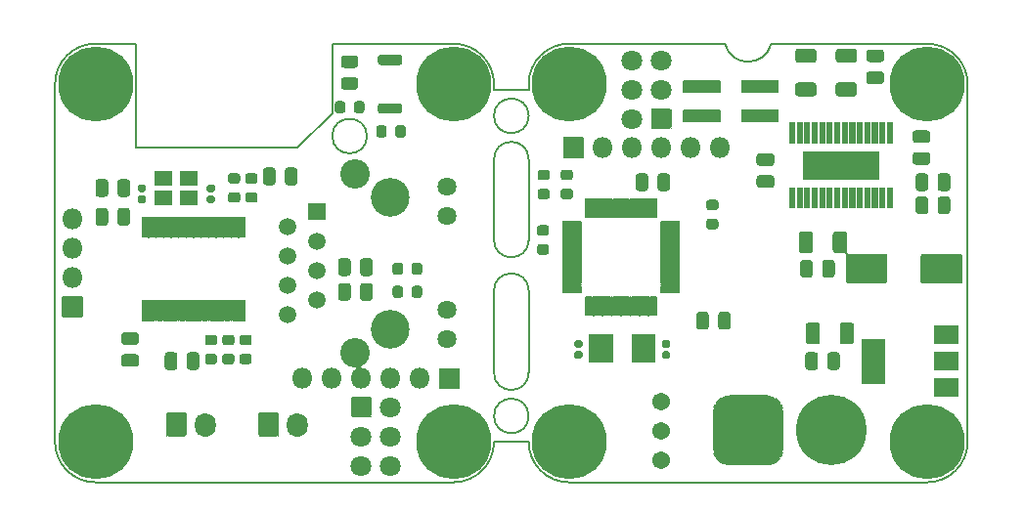
<source format=gbr>
%TF.GenerationSoftware,KiCad,Pcbnew,(5.1.8-0-10_14)*%
%TF.CreationDate,2021-02-10T22:24:42+01:00*%
%TF.ProjectId,ethersweep,65746865-7273-4776-9565-702e6b696361,rev?*%
%TF.SameCoordinates,Original*%
%TF.FileFunction,Soldermask,Top*%
%TF.FilePolarity,Negative*%
%FSLAX46Y46*%
G04 Gerber Fmt 4.6, Leading zero omitted, Abs format (unit mm)*
G04 Created by KiCad (PCBNEW (5.1.8-0-10_14)) date 2021-02-10 22:24:42*
%MOMM*%
%LPD*%
G01*
G04 APERTURE LIST*
%TA.AperFunction,Profile*%
%ADD10C,0.150000*%
%TD*%
%ADD11C,0.010000*%
%ADD12C,1.802000*%
%ADD13C,6.502000*%
%ADD14C,0.902000*%
%ADD15O,1.802000X1.802000*%
%ADD16O,1.802000X2.102000*%
%ADD17C,1.500000*%
%ADD18C,1.632000*%
%ADD19C,2.547000*%
%ADD20C,3.352000*%
%ADD21C,1.542000*%
%ADD22C,6.102000*%
%ADD23C,0.100000*%
G04 APERTURE END LIST*
D10*
X163500000Y-98000000D02*
G75*
G02*
X160500000Y-98000000I-1500000J0D01*
G01*
X160500000Y-91000000D02*
G75*
G02*
X163500000Y-91000000I1500000J0D01*
G01*
X163500000Y-98000000D02*
X163500000Y-91000000D01*
X160500000Y-91000000D02*
X160500000Y-98000000D01*
X160500000Y-102400000D02*
G75*
G02*
X163500000Y-102400000I1500000J0D01*
G01*
X160500000Y-102400000D02*
X160500000Y-109500000D01*
X163500000Y-109500000D02*
X163500000Y-102400000D01*
X163500000Y-109500000D02*
G75*
G02*
X160500000Y-109500000I-1500000J0D01*
G01*
X163500000Y-87250000D02*
G75*
G03*
X163500000Y-87250000I-1500000J0D01*
G01*
X163500000Y-113250000D02*
G75*
G03*
X163500000Y-113250000I-1500000J0D01*
G01*
X160500000Y-84500000D02*
X160500000Y-85000000D01*
X163500000Y-84500000D02*
X163500000Y-85000000D01*
X160500000Y-115500000D02*
X163500000Y-115500000D01*
X163500000Y-85000000D02*
X160500000Y-85000000D01*
X149500000Y-89000000D02*
G75*
G03*
X149500000Y-89000000I-1500000J0D01*
G01*
X129500000Y-90000000D02*
X129500000Y-81000000D01*
X126000000Y-81000000D02*
X129500000Y-81000000D01*
X126000000Y-81000000D02*
G75*
G03*
X122500000Y-84500000I0J-3500000D01*
G01*
X146500000Y-81000000D02*
X157000000Y-81000000D01*
X143500000Y-90000000D02*
X129500000Y-90000000D01*
X146500000Y-87000000D02*
X143500000Y-90000000D01*
X146500000Y-81000000D02*
X146500000Y-87000000D01*
X180500000Y-81000000D02*
X167000000Y-81000000D01*
X184500000Y-81000000D02*
X198000000Y-81000000D01*
X184500000Y-81000000D02*
G75*
G02*
X180500000Y-81000000I-2000000J500000D01*
G01*
X163500000Y-84500000D02*
G75*
G02*
X167000000Y-81000000I3500000J0D01*
G01*
X201500000Y-115500000D02*
G75*
G02*
X198000000Y-119000000I-3500000J0D01*
G01*
X167000000Y-119000000D02*
G75*
G02*
X163500000Y-115500000I0J3500000D01*
G01*
X167000000Y-119000000D02*
X198000000Y-119000000D01*
X198000000Y-81000000D02*
G75*
G02*
X201500000Y-84500000I0J-3500000D01*
G01*
X201500000Y-115500000D02*
X201500000Y-84500000D01*
X122500000Y-115500000D02*
X122500000Y-84500000D01*
X160500000Y-84500000D02*
G75*
G03*
X157000000Y-81000000I-3500000J0D01*
G01*
X157000000Y-119000000D02*
G75*
G03*
X160500000Y-115500000I0J3500000D01*
G01*
X122500000Y-115500000D02*
G75*
G03*
X126000000Y-119000000I3500000J0D01*
G01*
X157000000Y-119000000D02*
X126000000Y-119000000D01*
D11*
G36*
X193730000Y-90300000D02*
G01*
X193730000Y-92700000D01*
X187270000Y-92700000D01*
X187270000Y-90300000D01*
X193730000Y-90300000D01*
G37*
X193730000Y-90300000D02*
X193730000Y-92700000D01*
X187270000Y-92700000D01*
X187270000Y-90300000D01*
X193730000Y-90300000D01*
G36*
X194945000Y-87830000D02*
G01*
X194945000Y-89570000D01*
X194505000Y-89570000D01*
X194505000Y-87830000D01*
X194945000Y-87830000D01*
G37*
X194945000Y-87830000D02*
X194945000Y-89570000D01*
X194505000Y-89570000D01*
X194505000Y-87830000D01*
X194945000Y-87830000D01*
G36*
X194945000Y-93430000D02*
G01*
X194945000Y-95170000D01*
X194505000Y-95170000D01*
X194505000Y-93430000D01*
X194945000Y-93430000D01*
G37*
X194945000Y-93430000D02*
X194945000Y-95170000D01*
X194505000Y-95170000D01*
X194505000Y-93430000D01*
X194945000Y-93430000D01*
G36*
X194295000Y-87830000D02*
G01*
X194295000Y-89570000D01*
X193855000Y-89570000D01*
X193855000Y-87830000D01*
X194295000Y-87830000D01*
G37*
X194295000Y-87830000D02*
X194295000Y-89570000D01*
X193855000Y-89570000D01*
X193855000Y-87830000D01*
X194295000Y-87830000D01*
G36*
X194295000Y-93430000D02*
G01*
X194295000Y-95170000D01*
X193855000Y-95170000D01*
X193855000Y-93430000D01*
X194295000Y-93430000D01*
G37*
X194295000Y-93430000D02*
X194295000Y-95170000D01*
X193855000Y-95170000D01*
X193855000Y-93430000D01*
X194295000Y-93430000D01*
G36*
X193645000Y-87830000D02*
G01*
X193645000Y-89570000D01*
X193205000Y-89570000D01*
X193205000Y-87830000D01*
X193645000Y-87830000D01*
G37*
X193645000Y-87830000D02*
X193645000Y-89570000D01*
X193205000Y-89570000D01*
X193205000Y-87830000D01*
X193645000Y-87830000D01*
G36*
X193645000Y-93430000D02*
G01*
X193645000Y-95170000D01*
X193205000Y-95170000D01*
X193205000Y-93430000D01*
X193645000Y-93430000D01*
G37*
X193645000Y-93430000D02*
X193645000Y-95170000D01*
X193205000Y-95170000D01*
X193205000Y-93430000D01*
X193645000Y-93430000D01*
G36*
X192995000Y-87830000D02*
G01*
X192995000Y-89570000D01*
X192555000Y-89570000D01*
X192555000Y-87830000D01*
X192995000Y-87830000D01*
G37*
X192995000Y-87830000D02*
X192995000Y-89570000D01*
X192555000Y-89570000D01*
X192555000Y-87830000D01*
X192995000Y-87830000D01*
G36*
X192995000Y-93430000D02*
G01*
X192995000Y-95170000D01*
X192555000Y-95170000D01*
X192555000Y-93430000D01*
X192995000Y-93430000D01*
G37*
X192995000Y-93430000D02*
X192995000Y-95170000D01*
X192555000Y-95170000D01*
X192555000Y-93430000D01*
X192995000Y-93430000D01*
G36*
X192345000Y-87830000D02*
G01*
X192345000Y-89570000D01*
X191905000Y-89570000D01*
X191905000Y-87830000D01*
X192345000Y-87830000D01*
G37*
X192345000Y-87830000D02*
X192345000Y-89570000D01*
X191905000Y-89570000D01*
X191905000Y-87830000D01*
X192345000Y-87830000D01*
G36*
X192345000Y-93430000D02*
G01*
X192345000Y-95170000D01*
X191905000Y-95170000D01*
X191905000Y-93430000D01*
X192345000Y-93430000D01*
G37*
X192345000Y-93430000D02*
X192345000Y-95170000D01*
X191905000Y-95170000D01*
X191905000Y-93430000D01*
X192345000Y-93430000D01*
G36*
X191695000Y-87830000D02*
G01*
X191695000Y-89570000D01*
X191255000Y-89570000D01*
X191255000Y-87830000D01*
X191695000Y-87830000D01*
G37*
X191695000Y-87830000D02*
X191695000Y-89570000D01*
X191255000Y-89570000D01*
X191255000Y-87830000D01*
X191695000Y-87830000D01*
G36*
X191695000Y-93430000D02*
G01*
X191695000Y-95170000D01*
X191255000Y-95170000D01*
X191255000Y-93430000D01*
X191695000Y-93430000D01*
G37*
X191695000Y-93430000D02*
X191695000Y-95170000D01*
X191255000Y-95170000D01*
X191255000Y-93430000D01*
X191695000Y-93430000D01*
G36*
X191045000Y-87830000D02*
G01*
X191045000Y-89570000D01*
X190605000Y-89570000D01*
X190605000Y-87830000D01*
X191045000Y-87830000D01*
G37*
X191045000Y-87830000D02*
X191045000Y-89570000D01*
X190605000Y-89570000D01*
X190605000Y-87830000D01*
X191045000Y-87830000D01*
G36*
X191045000Y-93430000D02*
G01*
X191045000Y-95170000D01*
X190605000Y-95170000D01*
X190605000Y-93430000D01*
X191045000Y-93430000D01*
G37*
X191045000Y-93430000D02*
X191045000Y-95170000D01*
X190605000Y-95170000D01*
X190605000Y-93430000D01*
X191045000Y-93430000D01*
G36*
X190395000Y-87830000D02*
G01*
X190395000Y-89570000D01*
X189955000Y-89570000D01*
X189955000Y-87830000D01*
X190395000Y-87830000D01*
G37*
X190395000Y-87830000D02*
X190395000Y-89570000D01*
X189955000Y-89570000D01*
X189955000Y-87830000D01*
X190395000Y-87830000D01*
G36*
X189745000Y-87830000D02*
G01*
X189745000Y-89570000D01*
X189305000Y-89570000D01*
X189305000Y-87830000D01*
X189745000Y-87830000D01*
G37*
X189745000Y-87830000D02*
X189745000Y-89570000D01*
X189305000Y-89570000D01*
X189305000Y-87830000D01*
X189745000Y-87830000D01*
G36*
X189095000Y-87830000D02*
G01*
X189095000Y-89570000D01*
X188655000Y-89570000D01*
X188655000Y-87830000D01*
X189095000Y-87830000D01*
G37*
X189095000Y-87830000D02*
X189095000Y-89570000D01*
X188655000Y-89570000D01*
X188655000Y-87830000D01*
X189095000Y-87830000D01*
G36*
X188445000Y-87830000D02*
G01*
X188445000Y-89570000D01*
X188005000Y-89570000D01*
X188005000Y-87830000D01*
X188445000Y-87830000D01*
G37*
X188445000Y-87830000D02*
X188445000Y-89570000D01*
X188005000Y-89570000D01*
X188005000Y-87830000D01*
X188445000Y-87830000D01*
G36*
X187795000Y-87830000D02*
G01*
X187795000Y-89570000D01*
X187355000Y-89570000D01*
X187355000Y-87830000D01*
X187795000Y-87830000D01*
G37*
X187795000Y-87830000D02*
X187795000Y-89570000D01*
X187355000Y-89570000D01*
X187355000Y-87830000D01*
X187795000Y-87830000D01*
G36*
X187145000Y-87830000D02*
G01*
X187145000Y-89570000D01*
X186705000Y-89570000D01*
X186705000Y-87830000D01*
X187145000Y-87830000D01*
G37*
X187145000Y-87830000D02*
X187145000Y-89570000D01*
X186705000Y-89570000D01*
X186705000Y-87830000D01*
X187145000Y-87830000D01*
G36*
X186495000Y-87830000D02*
G01*
X186495000Y-89570000D01*
X186055000Y-89570000D01*
X186055000Y-87830000D01*
X186495000Y-87830000D01*
G37*
X186495000Y-87830000D02*
X186495000Y-89570000D01*
X186055000Y-89570000D01*
X186055000Y-87830000D01*
X186495000Y-87830000D01*
G36*
X190395000Y-93430000D02*
G01*
X190395000Y-95170000D01*
X189955000Y-95170000D01*
X189955000Y-93430000D01*
X190395000Y-93430000D01*
G37*
X190395000Y-93430000D02*
X190395000Y-95170000D01*
X189955000Y-95170000D01*
X189955000Y-93430000D01*
X190395000Y-93430000D01*
G36*
X189745000Y-93430000D02*
G01*
X189745000Y-95170000D01*
X189305000Y-95170000D01*
X189305000Y-93430000D01*
X189745000Y-93430000D01*
G37*
X189745000Y-93430000D02*
X189745000Y-95170000D01*
X189305000Y-95170000D01*
X189305000Y-93430000D01*
X189745000Y-93430000D01*
G36*
X189095000Y-93430000D02*
G01*
X189095000Y-95170000D01*
X188655000Y-95170000D01*
X188655000Y-93430000D01*
X189095000Y-93430000D01*
G37*
X189095000Y-93430000D02*
X189095000Y-95170000D01*
X188655000Y-95170000D01*
X188655000Y-93430000D01*
X189095000Y-93430000D01*
G36*
X188445000Y-93430000D02*
G01*
X188445000Y-95170000D01*
X188005000Y-95170000D01*
X188005000Y-93430000D01*
X188445000Y-93430000D01*
G37*
X188445000Y-93430000D02*
X188445000Y-95170000D01*
X188005000Y-95170000D01*
X188005000Y-93430000D01*
X188445000Y-93430000D01*
G36*
X187795000Y-93430000D02*
G01*
X187795000Y-95170000D01*
X187355000Y-95170000D01*
X187355000Y-93430000D01*
X187795000Y-93430000D01*
G37*
X187795000Y-93430000D02*
X187795000Y-95170000D01*
X187355000Y-95170000D01*
X187355000Y-93430000D01*
X187795000Y-93430000D01*
G36*
X187145000Y-93430000D02*
G01*
X187145000Y-95170000D01*
X186705000Y-95170000D01*
X186705000Y-93430000D01*
X187145000Y-93430000D01*
G37*
X187145000Y-93430000D02*
X187145000Y-95170000D01*
X186705000Y-95170000D01*
X186705000Y-93430000D01*
X187145000Y-93430000D01*
G36*
X186495000Y-93430000D02*
G01*
X186495000Y-95170000D01*
X186055000Y-95170000D01*
X186055000Y-93430000D01*
X186495000Y-93430000D01*
G37*
X186495000Y-93430000D02*
X186495000Y-95170000D01*
X186055000Y-95170000D01*
X186055000Y-93430000D01*
X186495000Y-93430000D01*
D10*
X163500000Y-98000000D02*
G75*
G02*
X160500000Y-98000000I-1500000J0D01*
G01*
X160500000Y-91000000D02*
G75*
G02*
X163500000Y-91000000I1500000J0D01*
G01*
X163500000Y-98000000D02*
X163500000Y-91000000D01*
X160500000Y-91000000D02*
X160500000Y-98000000D01*
X160500000Y-102400000D02*
G75*
G02*
X163500000Y-102400000I1500000J0D01*
G01*
X160500000Y-102400000D02*
X160500000Y-109500000D01*
X163500000Y-109500000D02*
X163500000Y-102400000D01*
X163500000Y-109500000D02*
G75*
G02*
X160500000Y-109500000I-1500000J0D01*
G01*
X163500000Y-87250000D02*
G75*
G03*
X163500000Y-87250000I-1500000J0D01*
G01*
X163500000Y-113250000D02*
G75*
G03*
X163500000Y-113250000I-1500000J0D01*
G01*
X160500000Y-84500000D02*
X160500000Y-85000000D01*
X163500000Y-84500000D02*
X163500000Y-85000000D01*
X160500000Y-115500000D02*
X163500000Y-115500000D01*
X163500000Y-85000000D02*
X160500000Y-85000000D01*
X149500000Y-89000000D02*
G75*
G03*
X149500000Y-89000000I-1500000J0D01*
G01*
X129500000Y-90000000D02*
X129500000Y-81000000D01*
X126000000Y-81000000D02*
X129500000Y-81000000D01*
X126000000Y-81000000D02*
G75*
G03*
X122500000Y-84500000I0J-3500000D01*
G01*
X146500000Y-81000000D02*
X157000000Y-81000000D01*
X143500000Y-90000000D02*
X129500000Y-90000000D01*
X146500000Y-87000000D02*
X143500000Y-90000000D01*
X146500000Y-81000000D02*
X146500000Y-87000000D01*
X180500000Y-81000000D02*
X167000000Y-81000000D01*
X184500000Y-81000000D02*
X198000000Y-81000000D01*
X184500000Y-81000000D02*
G75*
G02*
X180500000Y-81000000I-2000000J500000D01*
G01*
X163500000Y-84500000D02*
G75*
G02*
X167000000Y-81000000I3500000J0D01*
G01*
X201500000Y-115500000D02*
G75*
G02*
X198000000Y-119000000I-3500000J0D01*
G01*
X167000000Y-119000000D02*
G75*
G02*
X163500000Y-115500000I0J3500000D01*
G01*
X167000000Y-119000000D02*
X198000000Y-119000000D01*
X198000000Y-81000000D02*
G75*
G02*
X201500000Y-84500000I0J-3500000D01*
G01*
X201500000Y-115500000D02*
X201500000Y-84500000D01*
X122500000Y-115500000D02*
X122500000Y-84500000D01*
X160500000Y-84500000D02*
G75*
G03*
X157000000Y-81000000I-3500000J0D01*
G01*
X157000000Y-119000000D02*
G75*
G03*
X160500000Y-115500000I0J3500000D01*
G01*
X122500000Y-115500000D02*
G75*
G03*
X126000000Y-119000000I3500000J0D01*
G01*
X157000000Y-119000000D02*
X126000000Y-119000000D01*
D11*
G36*
X193730000Y-90300000D02*
G01*
X193730000Y-92700000D01*
X187270000Y-92700000D01*
X187270000Y-90300000D01*
X193730000Y-90300000D01*
G37*
X193730000Y-90300000D02*
X193730000Y-92700000D01*
X187270000Y-92700000D01*
X187270000Y-90300000D01*
X193730000Y-90300000D01*
G36*
X194945000Y-87830000D02*
G01*
X194945000Y-89570000D01*
X194505000Y-89570000D01*
X194505000Y-87830000D01*
X194945000Y-87830000D01*
G37*
X194945000Y-87830000D02*
X194945000Y-89570000D01*
X194505000Y-89570000D01*
X194505000Y-87830000D01*
X194945000Y-87830000D01*
G36*
X194945000Y-93430000D02*
G01*
X194945000Y-95170000D01*
X194505000Y-95170000D01*
X194505000Y-93430000D01*
X194945000Y-93430000D01*
G37*
X194945000Y-93430000D02*
X194945000Y-95170000D01*
X194505000Y-95170000D01*
X194505000Y-93430000D01*
X194945000Y-93430000D01*
G36*
X194295000Y-87830000D02*
G01*
X194295000Y-89570000D01*
X193855000Y-89570000D01*
X193855000Y-87830000D01*
X194295000Y-87830000D01*
G37*
X194295000Y-87830000D02*
X194295000Y-89570000D01*
X193855000Y-89570000D01*
X193855000Y-87830000D01*
X194295000Y-87830000D01*
G36*
X194295000Y-93430000D02*
G01*
X194295000Y-95170000D01*
X193855000Y-95170000D01*
X193855000Y-93430000D01*
X194295000Y-93430000D01*
G37*
X194295000Y-93430000D02*
X194295000Y-95170000D01*
X193855000Y-95170000D01*
X193855000Y-93430000D01*
X194295000Y-93430000D01*
G36*
X193645000Y-87830000D02*
G01*
X193645000Y-89570000D01*
X193205000Y-89570000D01*
X193205000Y-87830000D01*
X193645000Y-87830000D01*
G37*
X193645000Y-87830000D02*
X193645000Y-89570000D01*
X193205000Y-89570000D01*
X193205000Y-87830000D01*
X193645000Y-87830000D01*
G36*
X193645000Y-93430000D02*
G01*
X193645000Y-95170000D01*
X193205000Y-95170000D01*
X193205000Y-93430000D01*
X193645000Y-93430000D01*
G37*
X193645000Y-93430000D02*
X193645000Y-95170000D01*
X193205000Y-95170000D01*
X193205000Y-93430000D01*
X193645000Y-93430000D01*
G36*
X192995000Y-87830000D02*
G01*
X192995000Y-89570000D01*
X192555000Y-89570000D01*
X192555000Y-87830000D01*
X192995000Y-87830000D01*
G37*
X192995000Y-87830000D02*
X192995000Y-89570000D01*
X192555000Y-89570000D01*
X192555000Y-87830000D01*
X192995000Y-87830000D01*
G36*
X192995000Y-93430000D02*
G01*
X192995000Y-95170000D01*
X192555000Y-95170000D01*
X192555000Y-93430000D01*
X192995000Y-93430000D01*
G37*
X192995000Y-93430000D02*
X192995000Y-95170000D01*
X192555000Y-95170000D01*
X192555000Y-93430000D01*
X192995000Y-93430000D01*
G36*
X192345000Y-87830000D02*
G01*
X192345000Y-89570000D01*
X191905000Y-89570000D01*
X191905000Y-87830000D01*
X192345000Y-87830000D01*
G37*
X192345000Y-87830000D02*
X192345000Y-89570000D01*
X191905000Y-89570000D01*
X191905000Y-87830000D01*
X192345000Y-87830000D01*
G36*
X192345000Y-93430000D02*
G01*
X192345000Y-95170000D01*
X191905000Y-95170000D01*
X191905000Y-93430000D01*
X192345000Y-93430000D01*
G37*
X192345000Y-93430000D02*
X192345000Y-95170000D01*
X191905000Y-95170000D01*
X191905000Y-93430000D01*
X192345000Y-93430000D01*
G36*
X191695000Y-87830000D02*
G01*
X191695000Y-89570000D01*
X191255000Y-89570000D01*
X191255000Y-87830000D01*
X191695000Y-87830000D01*
G37*
X191695000Y-87830000D02*
X191695000Y-89570000D01*
X191255000Y-89570000D01*
X191255000Y-87830000D01*
X191695000Y-87830000D01*
G36*
X191695000Y-93430000D02*
G01*
X191695000Y-95170000D01*
X191255000Y-95170000D01*
X191255000Y-93430000D01*
X191695000Y-93430000D01*
G37*
X191695000Y-93430000D02*
X191695000Y-95170000D01*
X191255000Y-95170000D01*
X191255000Y-93430000D01*
X191695000Y-93430000D01*
G36*
X191045000Y-87830000D02*
G01*
X191045000Y-89570000D01*
X190605000Y-89570000D01*
X190605000Y-87830000D01*
X191045000Y-87830000D01*
G37*
X191045000Y-87830000D02*
X191045000Y-89570000D01*
X190605000Y-89570000D01*
X190605000Y-87830000D01*
X191045000Y-87830000D01*
G36*
X191045000Y-93430000D02*
G01*
X191045000Y-95170000D01*
X190605000Y-95170000D01*
X190605000Y-93430000D01*
X191045000Y-93430000D01*
G37*
X191045000Y-93430000D02*
X191045000Y-95170000D01*
X190605000Y-95170000D01*
X190605000Y-93430000D01*
X191045000Y-93430000D01*
G36*
X190395000Y-87830000D02*
G01*
X190395000Y-89570000D01*
X189955000Y-89570000D01*
X189955000Y-87830000D01*
X190395000Y-87830000D01*
G37*
X190395000Y-87830000D02*
X190395000Y-89570000D01*
X189955000Y-89570000D01*
X189955000Y-87830000D01*
X190395000Y-87830000D01*
G36*
X189745000Y-87830000D02*
G01*
X189745000Y-89570000D01*
X189305000Y-89570000D01*
X189305000Y-87830000D01*
X189745000Y-87830000D01*
G37*
X189745000Y-87830000D02*
X189745000Y-89570000D01*
X189305000Y-89570000D01*
X189305000Y-87830000D01*
X189745000Y-87830000D01*
G36*
X189095000Y-87830000D02*
G01*
X189095000Y-89570000D01*
X188655000Y-89570000D01*
X188655000Y-87830000D01*
X189095000Y-87830000D01*
G37*
X189095000Y-87830000D02*
X189095000Y-89570000D01*
X188655000Y-89570000D01*
X188655000Y-87830000D01*
X189095000Y-87830000D01*
G36*
X188445000Y-87830000D02*
G01*
X188445000Y-89570000D01*
X188005000Y-89570000D01*
X188005000Y-87830000D01*
X188445000Y-87830000D01*
G37*
X188445000Y-87830000D02*
X188445000Y-89570000D01*
X188005000Y-89570000D01*
X188005000Y-87830000D01*
X188445000Y-87830000D01*
G36*
X187795000Y-87830000D02*
G01*
X187795000Y-89570000D01*
X187355000Y-89570000D01*
X187355000Y-87830000D01*
X187795000Y-87830000D01*
G37*
X187795000Y-87830000D02*
X187795000Y-89570000D01*
X187355000Y-89570000D01*
X187355000Y-87830000D01*
X187795000Y-87830000D01*
G36*
X187145000Y-87830000D02*
G01*
X187145000Y-89570000D01*
X186705000Y-89570000D01*
X186705000Y-87830000D01*
X187145000Y-87830000D01*
G37*
X187145000Y-87830000D02*
X187145000Y-89570000D01*
X186705000Y-89570000D01*
X186705000Y-87830000D01*
X187145000Y-87830000D01*
G36*
X186495000Y-87830000D02*
G01*
X186495000Y-89570000D01*
X186055000Y-89570000D01*
X186055000Y-87830000D01*
X186495000Y-87830000D01*
G37*
X186495000Y-87830000D02*
X186495000Y-89570000D01*
X186055000Y-89570000D01*
X186055000Y-87830000D01*
X186495000Y-87830000D01*
G36*
X190395000Y-93430000D02*
G01*
X190395000Y-95170000D01*
X189955000Y-95170000D01*
X189955000Y-93430000D01*
X190395000Y-93430000D01*
G37*
X190395000Y-93430000D02*
X190395000Y-95170000D01*
X189955000Y-95170000D01*
X189955000Y-93430000D01*
X190395000Y-93430000D01*
G36*
X189745000Y-93430000D02*
G01*
X189745000Y-95170000D01*
X189305000Y-95170000D01*
X189305000Y-93430000D01*
X189745000Y-93430000D01*
G37*
X189745000Y-93430000D02*
X189745000Y-95170000D01*
X189305000Y-95170000D01*
X189305000Y-93430000D01*
X189745000Y-93430000D01*
G36*
X189095000Y-93430000D02*
G01*
X189095000Y-95170000D01*
X188655000Y-95170000D01*
X188655000Y-93430000D01*
X189095000Y-93430000D01*
G37*
X189095000Y-93430000D02*
X189095000Y-95170000D01*
X188655000Y-95170000D01*
X188655000Y-93430000D01*
X189095000Y-93430000D01*
G36*
X188445000Y-93430000D02*
G01*
X188445000Y-95170000D01*
X188005000Y-95170000D01*
X188005000Y-93430000D01*
X188445000Y-93430000D01*
G37*
X188445000Y-93430000D02*
X188445000Y-95170000D01*
X188005000Y-95170000D01*
X188005000Y-93430000D01*
X188445000Y-93430000D01*
G36*
X187795000Y-93430000D02*
G01*
X187795000Y-95170000D01*
X187355000Y-95170000D01*
X187355000Y-93430000D01*
X187795000Y-93430000D01*
G37*
X187795000Y-93430000D02*
X187795000Y-95170000D01*
X187355000Y-95170000D01*
X187355000Y-93430000D01*
X187795000Y-93430000D01*
G36*
X187145000Y-93430000D02*
G01*
X187145000Y-95170000D01*
X186705000Y-95170000D01*
X186705000Y-93430000D01*
X187145000Y-93430000D01*
G37*
X187145000Y-93430000D02*
X187145000Y-95170000D01*
X186705000Y-95170000D01*
X186705000Y-93430000D01*
X187145000Y-93430000D01*
G36*
X186495000Y-93430000D02*
G01*
X186495000Y-95170000D01*
X186055000Y-95170000D01*
X186055000Y-93430000D01*
X186495000Y-93430000D01*
G37*
X186495000Y-93430000D02*
X186495000Y-95170000D01*
X186055000Y-95170000D01*
X186055000Y-93430000D01*
X186495000Y-93430000D01*
G36*
G01*
X148099000Y-113136000D02*
X148099000Y-111864000D01*
G75*
G02*
X148364000Y-111599000I265000J0D01*
G01*
X149636000Y-111599000D01*
G75*
G02*
X149901000Y-111864000I0J-265000D01*
G01*
X149901000Y-113136000D01*
G75*
G02*
X149636000Y-113401000I-265000J0D01*
G01*
X148364000Y-113401000D01*
G75*
G02*
X148099000Y-113136000I0J265000D01*
G01*
G37*
D12*
X149000000Y-115040000D03*
X149000000Y-117580000D03*
X151540000Y-112500000D03*
X151540000Y-115040000D03*
X151540000Y-117580000D03*
G36*
G01*
X175901000Y-86864000D02*
X175901000Y-88136000D01*
G75*
G02*
X175636000Y-88401000I-265000J0D01*
G01*
X174364000Y-88401000D01*
G75*
G02*
X174099000Y-88136000I0J265000D01*
G01*
X174099000Y-86864000D01*
G75*
G02*
X174364000Y-86599000I265000J0D01*
G01*
X175636000Y-86599000D01*
G75*
G02*
X175901000Y-86864000I0J-265000D01*
G01*
G37*
X175000000Y-84960000D03*
X175000000Y-82420000D03*
X172460000Y-87500000D03*
X172460000Y-84960000D03*
X172460000Y-82420000D03*
D13*
X167000000Y-115500000D03*
D14*
X169400000Y-115500000D03*
X168697056Y-117197056D03*
X167000000Y-117900000D03*
X165302944Y-117197056D03*
X164600000Y-115500000D03*
X165302944Y-113802944D03*
X167000000Y-113100000D03*
X168697056Y-113802944D03*
X199697056Y-113777945D03*
X198000000Y-113075001D03*
X196302944Y-113777945D03*
X195600000Y-115475001D03*
X196302944Y-117172057D03*
X198000000Y-117875001D03*
X199697056Y-117172057D03*
X200400000Y-115475001D03*
D13*
X198000000Y-115475001D03*
X198000000Y-84500000D03*
D14*
X200400000Y-84500000D03*
X199697056Y-86197056D03*
X198000000Y-86900000D03*
X196302944Y-86197056D03*
X195600000Y-84500000D03*
X196302944Y-82802944D03*
X198000000Y-82100000D03*
X199697056Y-82802944D03*
X168697056Y-82802944D03*
X167000000Y-82100000D03*
X165302944Y-82802944D03*
X164600000Y-84500000D03*
X165302944Y-86197056D03*
X167000000Y-86900000D03*
X168697056Y-86197056D03*
X169400000Y-84500000D03*
D13*
X167000000Y-84500000D03*
G36*
G01*
X174649000Y-93500500D02*
X174649000Y-92499500D01*
G75*
G02*
X174924500Y-92224000I275500J0D01*
G01*
X175475500Y-92224000D01*
G75*
G02*
X175751000Y-92499500I0J-275500D01*
G01*
X175751000Y-93500500D01*
G75*
G02*
X175475500Y-93776000I-275500J0D01*
G01*
X174924500Y-93776000D01*
G75*
G02*
X174649000Y-93500500I0J275500D01*
G01*
G37*
G36*
G01*
X172749000Y-93500500D02*
X172749000Y-92499500D01*
G75*
G02*
X173024500Y-92224000I275500J0D01*
G01*
X173575500Y-92224000D01*
G75*
G02*
X173851000Y-92499500I0J-275500D01*
G01*
X173851000Y-93500500D01*
G75*
G02*
X173575500Y-93776000I-275500J0D01*
G01*
X173024500Y-93776000D01*
G75*
G02*
X172749000Y-93500500I0J275500D01*
G01*
G37*
G36*
G01*
X129001000Y-92999500D02*
X129001000Y-94000500D01*
G75*
G02*
X128725500Y-94276000I-275500J0D01*
G01*
X128174500Y-94276000D01*
G75*
G02*
X127899000Y-94000500I0J275500D01*
G01*
X127899000Y-92999500D01*
G75*
G02*
X128174500Y-92724000I275500J0D01*
G01*
X128725500Y-92724000D01*
G75*
G02*
X129001000Y-92999500I0J-275500D01*
G01*
G37*
G36*
G01*
X127101000Y-92999500D02*
X127101000Y-94000500D01*
G75*
G02*
X126825500Y-94276000I-275500J0D01*
G01*
X126274500Y-94276000D01*
G75*
G02*
X125999000Y-94000500I0J275500D01*
G01*
X125999000Y-92999500D01*
G75*
G02*
X126274500Y-92724000I275500J0D01*
G01*
X126825500Y-92724000D01*
G75*
G02*
X127101000Y-92999500I0J-275500D01*
G01*
G37*
G36*
G01*
X136195500Y-94811000D02*
X135804500Y-94811000D01*
G75*
G02*
X135639000Y-94645500I0J165500D01*
G01*
X135639000Y-94314500D01*
G75*
G02*
X135804500Y-94149000I165500J0D01*
G01*
X136195500Y-94149000D01*
G75*
G02*
X136361000Y-94314500I0J-165500D01*
G01*
X136361000Y-94645500D01*
G75*
G02*
X136195500Y-94811000I-165500J0D01*
G01*
G37*
G36*
G01*
X136195500Y-93851000D02*
X135804500Y-93851000D01*
G75*
G02*
X135639000Y-93685500I0J165500D01*
G01*
X135639000Y-93354500D01*
G75*
G02*
X135804500Y-93189000I165500J0D01*
G01*
X136195500Y-93189000D01*
G75*
G02*
X136361000Y-93354500I0J-165500D01*
G01*
X136361000Y-93685500D01*
G75*
G02*
X136195500Y-93851000I-165500J0D01*
G01*
G37*
G36*
G01*
X130195500Y-93851000D02*
X129804500Y-93851000D01*
G75*
G02*
X129639000Y-93685500I0J165500D01*
G01*
X129639000Y-93354500D01*
G75*
G02*
X129804500Y-93189000I165500J0D01*
G01*
X130195500Y-93189000D01*
G75*
G02*
X130361000Y-93354500I0J-165500D01*
G01*
X130361000Y-93685500D01*
G75*
G02*
X130195500Y-93851000I-165500J0D01*
G01*
G37*
G36*
G01*
X130195500Y-94811000D02*
X129804500Y-94811000D01*
G75*
G02*
X129639000Y-94645500I0J165500D01*
G01*
X129639000Y-94314500D01*
G75*
G02*
X129804500Y-94149000I165500J0D01*
G01*
X130195500Y-94149000D01*
G75*
G02*
X130361000Y-94314500I0J-165500D01*
G01*
X130361000Y-94645500D01*
G75*
G02*
X130195500Y-94811000I-165500J0D01*
G01*
G37*
G36*
G01*
X190001000Y-99999500D02*
X190001000Y-101000500D01*
G75*
G02*
X189725500Y-101276000I-275500J0D01*
G01*
X189174500Y-101276000D01*
G75*
G02*
X188899000Y-101000500I0J275500D01*
G01*
X188899000Y-99999500D01*
G75*
G02*
X189174500Y-99724000I275500J0D01*
G01*
X189725500Y-99724000D01*
G75*
G02*
X190001000Y-99999500I0J-275500D01*
G01*
G37*
G36*
G01*
X188101000Y-99999500D02*
X188101000Y-101000500D01*
G75*
G02*
X187825500Y-101276000I-275500J0D01*
G01*
X187274500Y-101276000D01*
G75*
G02*
X186999000Y-101000500I0J275500D01*
G01*
X186999000Y-99999500D01*
G75*
G02*
X187274500Y-99724000I275500J0D01*
G01*
X187825500Y-99724000D01*
G75*
G02*
X188101000Y-99999500I0J-275500D01*
G01*
G37*
G36*
G01*
X127101000Y-95499500D02*
X127101000Y-96500500D01*
G75*
G02*
X126825500Y-96776000I-275500J0D01*
G01*
X126274500Y-96776000D01*
G75*
G02*
X125999000Y-96500500I0J275500D01*
G01*
X125999000Y-95499500D01*
G75*
G02*
X126274500Y-95224000I275500J0D01*
G01*
X126825500Y-95224000D01*
G75*
G02*
X127101000Y-95499500I0J-275500D01*
G01*
G37*
G36*
G01*
X129001000Y-95499500D02*
X129001000Y-96500500D01*
G75*
G02*
X128725500Y-96776000I-275500J0D01*
G01*
X128174500Y-96776000D01*
G75*
G02*
X127899000Y-96500500I0J275500D01*
G01*
X127899000Y-95499500D01*
G75*
G02*
X128174500Y-95224000I275500J0D01*
G01*
X128725500Y-95224000D01*
G75*
G02*
X129001000Y-95499500I0J-275500D01*
G01*
G37*
G36*
G01*
X167995500Y-107351000D02*
X167604500Y-107351000D01*
G75*
G02*
X167439000Y-107185500I0J165500D01*
G01*
X167439000Y-106854500D01*
G75*
G02*
X167604500Y-106689000I165500J0D01*
G01*
X167995500Y-106689000D01*
G75*
G02*
X168161000Y-106854500I0J-165500D01*
G01*
X168161000Y-107185500D01*
G75*
G02*
X167995500Y-107351000I-165500J0D01*
G01*
G37*
G36*
G01*
X167995500Y-108311000D02*
X167604500Y-108311000D01*
G75*
G02*
X167439000Y-108145500I0J165500D01*
G01*
X167439000Y-107814500D01*
G75*
G02*
X167604500Y-107649000I165500J0D01*
G01*
X167995500Y-107649000D01*
G75*
G02*
X168161000Y-107814500I0J-165500D01*
G01*
X168161000Y-108145500D01*
G75*
G02*
X167995500Y-108311000I-165500J0D01*
G01*
G37*
G36*
G01*
X188551000Y-107999500D02*
X188551000Y-109000500D01*
G75*
G02*
X188275500Y-109276000I-275500J0D01*
G01*
X187724500Y-109276000D01*
G75*
G02*
X187449000Y-109000500I0J275500D01*
G01*
X187449000Y-107999500D01*
G75*
G02*
X187724500Y-107724000I275500J0D01*
G01*
X188275500Y-107724000D01*
G75*
G02*
X188551000Y-107999500I0J-275500D01*
G01*
G37*
G36*
G01*
X190451000Y-107999500D02*
X190451000Y-109000500D01*
G75*
G02*
X190175500Y-109276000I-275500J0D01*
G01*
X189624500Y-109276000D01*
G75*
G02*
X189349000Y-109000500I0J275500D01*
G01*
X189349000Y-107999500D01*
G75*
G02*
X189624500Y-107724000I275500J0D01*
G01*
X190175500Y-107724000D01*
G75*
G02*
X190451000Y-107999500I0J-275500D01*
G01*
G37*
G36*
G01*
X175204500Y-106689000D02*
X175595500Y-106689000D01*
G75*
G02*
X175761000Y-106854500I0J-165500D01*
G01*
X175761000Y-107185500D01*
G75*
G02*
X175595500Y-107351000I-165500J0D01*
G01*
X175204500Y-107351000D01*
G75*
G02*
X175039000Y-107185500I0J165500D01*
G01*
X175039000Y-106854500D01*
G75*
G02*
X175204500Y-106689000I165500J0D01*
G01*
G37*
G36*
G01*
X175204500Y-107649000D02*
X175595500Y-107649000D01*
G75*
G02*
X175761000Y-107814500I0J-165500D01*
G01*
X175761000Y-108145500D01*
G75*
G02*
X175595500Y-108311000I-165500J0D01*
G01*
X175204500Y-108311000D01*
G75*
G02*
X175039000Y-108145500I0J165500D01*
G01*
X175039000Y-107814500D01*
G75*
G02*
X175204500Y-107649000I165500J0D01*
G01*
G37*
G36*
G01*
X177999000Y-105500500D02*
X177999000Y-104499500D01*
G75*
G02*
X178274500Y-104224000I275500J0D01*
G01*
X178825500Y-104224000D01*
G75*
G02*
X179101000Y-104499500I0J-275500D01*
G01*
X179101000Y-105500500D01*
G75*
G02*
X178825500Y-105776000I-275500J0D01*
G01*
X178274500Y-105776000D01*
G75*
G02*
X177999000Y-105500500I0J275500D01*
G01*
G37*
G36*
G01*
X179899000Y-105500500D02*
X179899000Y-104499500D01*
G75*
G02*
X180174500Y-104224000I275500J0D01*
G01*
X180725500Y-104224000D01*
G75*
G02*
X181001000Y-104499500I0J-275500D01*
G01*
X181001000Y-105500500D01*
G75*
G02*
X180725500Y-105776000I-275500J0D01*
G01*
X180174500Y-105776000D01*
G75*
G02*
X179899000Y-105500500I0J275500D01*
G01*
G37*
G36*
G01*
X128499500Y-107899000D02*
X129500500Y-107899000D01*
G75*
G02*
X129776000Y-108174500I0J-275500D01*
G01*
X129776000Y-108725500D01*
G75*
G02*
X129500500Y-109001000I-275500J0D01*
G01*
X128499500Y-109001000D01*
G75*
G02*
X128224000Y-108725500I0J275500D01*
G01*
X128224000Y-108174500D01*
G75*
G02*
X128499500Y-107899000I275500J0D01*
G01*
G37*
G36*
G01*
X128499500Y-105999000D02*
X129500500Y-105999000D01*
G75*
G02*
X129776000Y-106274500I0J-275500D01*
G01*
X129776000Y-106825500D01*
G75*
G02*
X129500500Y-107101000I-275500J0D01*
G01*
X128499500Y-107101000D01*
G75*
G02*
X128224000Y-106825500I0J275500D01*
G01*
X128224000Y-106274500D01*
G75*
G02*
X128499500Y-105999000I275500J0D01*
G01*
G37*
G36*
G01*
X142399000Y-93000500D02*
X142399000Y-91999500D01*
G75*
G02*
X142674500Y-91724000I275500J0D01*
G01*
X143225500Y-91724000D01*
G75*
G02*
X143501000Y-91999500I0J-275500D01*
G01*
X143501000Y-93000500D01*
G75*
G02*
X143225500Y-93276000I-275500J0D01*
G01*
X142674500Y-93276000D01*
G75*
G02*
X142399000Y-93000500I0J275500D01*
G01*
G37*
G36*
G01*
X140499000Y-93000500D02*
X140499000Y-91999500D01*
G75*
G02*
X140774500Y-91724000I275500J0D01*
G01*
X141325500Y-91724000D01*
G75*
G02*
X141601000Y-91999500I0J-275500D01*
G01*
X141601000Y-93000500D01*
G75*
G02*
X141325500Y-93276000I-275500J0D01*
G01*
X140774500Y-93276000D01*
G75*
G02*
X140499000Y-93000500I0J275500D01*
G01*
G37*
G36*
G01*
X135001000Y-107999500D02*
X135001000Y-109000500D01*
G75*
G02*
X134725500Y-109276000I-275500J0D01*
G01*
X134174500Y-109276000D01*
G75*
G02*
X133899000Y-109000500I0J275500D01*
G01*
X133899000Y-107999500D01*
G75*
G02*
X134174500Y-107724000I275500J0D01*
G01*
X134725500Y-107724000D01*
G75*
G02*
X135001000Y-107999500I0J-275500D01*
G01*
G37*
G36*
G01*
X133101000Y-107999500D02*
X133101000Y-109000500D01*
G75*
G02*
X132825500Y-109276000I-275500J0D01*
G01*
X132274500Y-109276000D01*
G75*
G02*
X131999000Y-109000500I0J275500D01*
G01*
X131999000Y-107999500D01*
G75*
G02*
X132274500Y-107724000I275500J0D01*
G01*
X132825500Y-107724000D01*
G75*
G02*
X133101000Y-107999500I0J-275500D01*
G01*
G37*
G36*
G01*
X148899000Y-103000500D02*
X148899000Y-101999500D01*
G75*
G02*
X149174500Y-101724000I275500J0D01*
G01*
X149725500Y-101724000D01*
G75*
G02*
X150001000Y-101999500I0J-275500D01*
G01*
X150001000Y-103000500D01*
G75*
G02*
X149725500Y-103276000I-275500J0D01*
G01*
X149174500Y-103276000D01*
G75*
G02*
X148899000Y-103000500I0J275500D01*
G01*
G37*
G36*
G01*
X146999000Y-103000500D02*
X146999000Y-101999500D01*
G75*
G02*
X147274500Y-101724000I275500J0D01*
G01*
X147825500Y-101724000D01*
G75*
G02*
X148101000Y-101999500I0J-275500D01*
G01*
X148101000Y-103000500D01*
G75*
G02*
X147825500Y-103276000I-275500J0D01*
G01*
X147274500Y-103276000D01*
G75*
G02*
X146999000Y-103000500I0J275500D01*
G01*
G37*
G36*
G01*
X146999000Y-100855501D02*
X146999000Y-99854501D01*
G75*
G02*
X147274500Y-99579001I275500J0D01*
G01*
X147825500Y-99579001D01*
G75*
G02*
X148101000Y-99854501I0J-275500D01*
G01*
X148101000Y-100855501D01*
G75*
G02*
X147825500Y-101131001I-275500J0D01*
G01*
X147274500Y-101131001D01*
G75*
G02*
X146999000Y-100855501I0J275500D01*
G01*
G37*
G36*
G01*
X148899000Y-100855501D02*
X148899000Y-99854501D01*
G75*
G02*
X149174500Y-99579001I275500J0D01*
G01*
X149725500Y-99579001D01*
G75*
G02*
X150001000Y-99854501I0J-275500D01*
G01*
X150001000Y-100855501D01*
G75*
G02*
X149725500Y-101131001I-275500J0D01*
G01*
X149174500Y-101131001D01*
G75*
G02*
X148899000Y-100855501I0J275500D01*
G01*
G37*
G36*
G01*
X198000500Y-91501000D02*
X196999500Y-91501000D01*
G75*
G02*
X196724000Y-91225500I0J275500D01*
G01*
X196724000Y-90674500D01*
G75*
G02*
X196999500Y-90399000I275500J0D01*
G01*
X198000500Y-90399000D01*
G75*
G02*
X198276000Y-90674500I0J-275500D01*
G01*
X198276000Y-91225500D01*
G75*
G02*
X198000500Y-91501000I-275500J0D01*
G01*
G37*
G36*
G01*
X198000500Y-89601000D02*
X196999500Y-89601000D01*
G75*
G02*
X196724000Y-89325500I0J275500D01*
G01*
X196724000Y-88774500D01*
G75*
G02*
X196999500Y-88499000I275500J0D01*
G01*
X198000500Y-88499000D01*
G75*
G02*
X198276000Y-88774500I0J-275500D01*
G01*
X198276000Y-89325500D01*
G75*
G02*
X198000500Y-89601000I-275500J0D01*
G01*
G37*
G36*
G01*
X194000500Y-84501000D02*
X192999500Y-84501000D01*
G75*
G02*
X192724000Y-84225500I0J275500D01*
G01*
X192724000Y-83674500D01*
G75*
G02*
X192999500Y-83399000I275500J0D01*
G01*
X194000500Y-83399000D01*
G75*
G02*
X194276000Y-83674500I0J-275500D01*
G01*
X194276000Y-84225500D01*
G75*
G02*
X194000500Y-84501000I-275500J0D01*
G01*
G37*
G36*
G01*
X194000500Y-82601000D02*
X192999500Y-82601000D01*
G75*
G02*
X192724000Y-82325500I0J275500D01*
G01*
X192724000Y-81774500D01*
G75*
G02*
X192999500Y-81499000I275500J0D01*
G01*
X194000500Y-81499000D01*
G75*
G02*
X194276000Y-81774500I0J-275500D01*
G01*
X194276000Y-82325500D01*
G75*
G02*
X194000500Y-82601000I-275500J0D01*
G01*
G37*
G36*
G01*
X190949000Y-101540800D02*
X190949000Y-99459200D01*
G75*
G02*
X191209200Y-99199000I260200J0D01*
G01*
X194290800Y-99199000D01*
G75*
G02*
X194551000Y-99459200I0J-260200D01*
G01*
X194551000Y-101540800D01*
G75*
G02*
X194290800Y-101801000I-260200J0D01*
G01*
X191209200Y-101801000D01*
G75*
G02*
X190949000Y-101540800I0J260200D01*
G01*
G37*
G36*
G01*
X197449000Y-101540800D02*
X197449000Y-99459200D01*
G75*
G02*
X197709200Y-99199000I260200J0D01*
G01*
X200790800Y-99199000D01*
G75*
G02*
X201051000Y-99459200I0J-260200D01*
G01*
X201051000Y-101540800D01*
G75*
G02*
X200790800Y-101801000I-260200J0D01*
G01*
X197709200Y-101801000D01*
G75*
G02*
X197449000Y-101540800I0J260200D01*
G01*
G37*
G36*
G01*
X184500500Y-91601000D02*
X183499500Y-91601000D01*
G75*
G02*
X183224000Y-91325500I0J275500D01*
G01*
X183224000Y-90774500D01*
G75*
G02*
X183499500Y-90499000I275500J0D01*
G01*
X184500500Y-90499000D01*
G75*
G02*
X184776000Y-90774500I0J-275500D01*
G01*
X184776000Y-91325500D01*
G75*
G02*
X184500500Y-91601000I-275500J0D01*
G01*
G37*
G36*
G01*
X184500500Y-93501000D02*
X183499500Y-93501000D01*
G75*
G02*
X183224000Y-93225500I0J275500D01*
G01*
X183224000Y-92674500D01*
G75*
G02*
X183499500Y-92399000I275500J0D01*
G01*
X184500500Y-92399000D01*
G75*
G02*
X184776000Y-92674500I0J-275500D01*
G01*
X184776000Y-93225500D01*
G75*
G02*
X184500500Y-93501000I-275500J0D01*
G01*
G37*
G36*
G01*
X198899000Y-95500500D02*
X198899000Y-94499500D01*
G75*
G02*
X199174500Y-94224000I275500J0D01*
G01*
X199725500Y-94224000D01*
G75*
G02*
X200001000Y-94499500I0J-275500D01*
G01*
X200001000Y-95500500D01*
G75*
G02*
X199725500Y-95776000I-275500J0D01*
G01*
X199174500Y-95776000D01*
G75*
G02*
X198899000Y-95500500I0J275500D01*
G01*
G37*
G36*
G01*
X196999000Y-95500500D02*
X196999000Y-94499500D01*
G75*
G02*
X197274500Y-94224000I275500J0D01*
G01*
X197825500Y-94224000D01*
G75*
G02*
X198101000Y-94499500I0J-275500D01*
G01*
X198101000Y-95500500D01*
G75*
G02*
X197825500Y-95776000I-275500J0D01*
G01*
X197274500Y-95776000D01*
G75*
G02*
X196999000Y-95500500I0J275500D01*
G01*
G37*
G36*
G01*
X196999000Y-93500500D02*
X196999000Y-92499500D01*
G75*
G02*
X197274500Y-92224000I275500J0D01*
G01*
X197825500Y-92224000D01*
G75*
G02*
X198101000Y-92499500I0J-275500D01*
G01*
X198101000Y-93500500D01*
G75*
G02*
X197825500Y-93776000I-275500J0D01*
G01*
X197274500Y-93776000D01*
G75*
G02*
X196999000Y-93500500I0J275500D01*
G01*
G37*
G36*
G01*
X198899000Y-93500500D02*
X198899000Y-92499500D01*
G75*
G02*
X199174500Y-92224000I275500J0D01*
G01*
X199725500Y-92224000D01*
G75*
G02*
X200001000Y-92499500I0J-275500D01*
G01*
X200001000Y-93500500D01*
G75*
G02*
X199725500Y-93776000I-275500J0D01*
G01*
X199174500Y-93776000D01*
G75*
G02*
X198899000Y-93500500I0J275500D01*
G01*
G37*
G36*
G01*
X147518250Y-82024000D02*
X148481750Y-82024000D01*
G75*
G02*
X148751000Y-82293250I0J-269250D01*
G01*
X148751000Y-82831750D01*
G75*
G02*
X148481750Y-83101000I-269250J0D01*
G01*
X147518250Y-83101000D01*
G75*
G02*
X147249000Y-82831750I0J269250D01*
G01*
X147249000Y-82293250D01*
G75*
G02*
X147518250Y-82024000I269250J0D01*
G01*
G37*
G36*
G01*
X147518250Y-83899000D02*
X148481750Y-83899000D01*
G75*
G02*
X148751000Y-84168250I0J-269250D01*
G01*
X148751000Y-84706750D01*
G75*
G02*
X148481750Y-84976000I-269250J0D01*
G01*
X147518250Y-84976000D01*
G75*
G02*
X147249000Y-84706750I0J269250D01*
G01*
X147249000Y-84168250D01*
G75*
G02*
X147518250Y-83899000I269250J0D01*
G01*
G37*
G36*
G01*
X124901000Y-102950000D02*
X124901000Y-104650000D01*
G75*
G02*
X124850000Y-104701000I-51000J0D01*
G01*
X123150000Y-104701000D01*
G75*
G02*
X123099000Y-104650000I0J51000D01*
G01*
X123099000Y-102950000D01*
G75*
G02*
X123150000Y-102899000I51000J0D01*
G01*
X124850000Y-102899000D01*
G75*
G02*
X124901000Y-102950000I0J-51000D01*
G01*
G37*
D15*
X124000000Y-101260000D03*
X124000000Y-98720000D03*
X124000000Y-96180000D03*
G36*
G01*
X132099000Y-114786000D02*
X132099000Y-113214000D01*
G75*
G02*
X132364000Y-112949000I265000J0D01*
G01*
X133636000Y-112949000D01*
G75*
G02*
X133901000Y-113214000I0J-265000D01*
G01*
X133901000Y-114786000D01*
G75*
G02*
X133636000Y-115051000I-265000J0D01*
G01*
X132364000Y-115051000D01*
G75*
G02*
X132099000Y-114786000I0J265000D01*
G01*
G37*
D16*
X135500000Y-114000000D03*
X143500000Y-114000000D03*
G36*
G01*
X140099000Y-114786000D02*
X140099000Y-113214000D01*
G75*
G02*
X140364000Y-112949000I265000J0D01*
G01*
X141636000Y-112949000D01*
G75*
G02*
X141901000Y-113214000I0J-265000D01*
G01*
X141901000Y-114786000D01*
G75*
G02*
X141636000Y-115051000I-265000J0D01*
G01*
X140364000Y-115051000D01*
G75*
G02*
X140099000Y-114786000I0J265000D01*
G01*
G37*
G36*
G01*
X145849000Y-96300000D02*
X144451000Y-96300000D01*
G75*
G02*
X144400000Y-96249000I0J51000D01*
G01*
X144400000Y-94851000D01*
G75*
G02*
X144451000Y-94800000I51000J0D01*
G01*
X145849000Y-94800000D01*
G75*
G02*
X145900000Y-94851000I0J-51000D01*
G01*
X145900000Y-96249000D01*
G75*
G02*
X145849000Y-96300000I-51000J0D01*
G01*
G37*
D17*
X142610000Y-96820000D03*
X145150000Y-98090000D03*
X142610000Y-99360000D03*
X145150000Y-100630000D03*
X142610000Y-101900000D03*
X145150000Y-103170000D03*
X142610000Y-104440000D03*
D18*
X156400000Y-93375000D03*
X156400000Y-95915000D03*
X156400000Y-106625000D03*
X156400000Y-104085000D03*
D19*
X148450000Y-92255000D03*
X148450000Y-107745000D03*
D20*
X151500000Y-105715000D03*
X151500000Y-94285000D03*
G36*
G01*
X176849000Y-85230000D02*
X176849000Y-84230000D01*
G75*
G02*
X176900000Y-84179000I51000J0D01*
G01*
X180050000Y-84179000D01*
G75*
G02*
X180101000Y-84230000I0J-51000D01*
G01*
X180101000Y-85230000D01*
G75*
G02*
X180050000Y-85281000I-51000J0D01*
G01*
X176900000Y-85281000D01*
G75*
G02*
X176849000Y-85230000I0J51000D01*
G01*
G37*
G36*
G01*
X181899000Y-85230000D02*
X181899000Y-84230000D01*
G75*
G02*
X181950000Y-84179000I51000J0D01*
G01*
X185100000Y-84179000D01*
G75*
G02*
X185151000Y-84230000I0J-51000D01*
G01*
X185151000Y-85230000D01*
G75*
G02*
X185100000Y-85281000I-51000J0D01*
G01*
X181950000Y-85281000D01*
G75*
G02*
X181899000Y-85230000I0J51000D01*
G01*
G37*
G36*
G01*
X176849000Y-87770000D02*
X176849000Y-86770000D01*
G75*
G02*
X176900000Y-86719000I51000J0D01*
G01*
X180050000Y-86719000D01*
G75*
G02*
X180101000Y-86770000I0J-51000D01*
G01*
X180101000Y-87770000D01*
G75*
G02*
X180050000Y-87821000I-51000J0D01*
G01*
X176900000Y-87821000D01*
G75*
G02*
X176849000Y-87770000I0J51000D01*
G01*
G37*
G36*
G01*
X181899000Y-87770000D02*
X181899000Y-86770000D01*
G75*
G02*
X181950000Y-86719000I51000J0D01*
G01*
X185100000Y-86719000D01*
G75*
G02*
X185151000Y-86770000I0J-51000D01*
G01*
X185151000Y-87770000D01*
G75*
G02*
X185100000Y-87821000I-51000J0D01*
G01*
X181950000Y-87821000D01*
G75*
G02*
X181899000Y-87770000I0J51000D01*
G01*
G37*
G36*
G01*
X139300500Y-107126000D02*
X138699500Y-107126000D01*
G75*
G02*
X138474000Y-106900500I0J225500D01*
G01*
X138474000Y-106449500D01*
G75*
G02*
X138699500Y-106224000I225500J0D01*
G01*
X139300500Y-106224000D01*
G75*
G02*
X139526000Y-106449500I0J-225500D01*
G01*
X139526000Y-106900500D01*
G75*
G02*
X139300500Y-107126000I-225500J0D01*
G01*
G37*
G36*
G01*
X139300500Y-108776000D02*
X138699500Y-108776000D01*
G75*
G02*
X138474000Y-108550500I0J225500D01*
G01*
X138474000Y-108099500D01*
G75*
G02*
X138699500Y-107874000I225500J0D01*
G01*
X139300500Y-107874000D01*
G75*
G02*
X139526000Y-108099500I0J-225500D01*
G01*
X139526000Y-108550500D01*
G75*
G02*
X139300500Y-108776000I-225500J0D01*
G01*
G37*
G36*
G01*
X152626000Y-102199500D02*
X152626000Y-102800500D01*
G75*
G02*
X152400500Y-103026000I-225500J0D01*
G01*
X151949500Y-103026000D01*
G75*
G02*
X151724000Y-102800500I0J225500D01*
G01*
X151724000Y-102199500D01*
G75*
G02*
X151949500Y-101974000I225500J0D01*
G01*
X152400500Y-101974000D01*
G75*
G02*
X152626000Y-102199500I0J-225500D01*
G01*
G37*
G36*
G01*
X154276000Y-102199500D02*
X154276000Y-102800500D01*
G75*
G02*
X154050500Y-103026000I-225500J0D01*
G01*
X153599500Y-103026000D01*
G75*
G02*
X153374000Y-102800500I0J225500D01*
G01*
X153374000Y-102199500D01*
G75*
G02*
X153599500Y-101974000I225500J0D01*
G01*
X154050500Y-101974000D01*
G75*
G02*
X154276000Y-102199500I0J-225500D01*
G01*
G37*
G36*
G01*
X154276000Y-100199500D02*
X154276000Y-100800500D01*
G75*
G02*
X154050500Y-101026000I-225500J0D01*
G01*
X153599500Y-101026000D01*
G75*
G02*
X153374000Y-100800500I0J225500D01*
G01*
X153374000Y-100199500D01*
G75*
G02*
X153599500Y-99974000I225500J0D01*
G01*
X154050500Y-99974000D01*
G75*
G02*
X154276000Y-100199500I0J-225500D01*
G01*
G37*
G36*
G01*
X152626000Y-100199500D02*
X152626000Y-100800500D01*
G75*
G02*
X152400500Y-101026000I-225500J0D01*
G01*
X151949500Y-101026000D01*
G75*
G02*
X151724000Y-100800500I0J225500D01*
G01*
X151724000Y-100199500D01*
G75*
G02*
X151949500Y-99974000I225500J0D01*
G01*
X152400500Y-99974000D01*
G75*
G02*
X152626000Y-100199500I0J-225500D01*
G01*
G37*
G36*
G01*
X139199500Y-93874000D02*
X139800500Y-93874000D01*
G75*
G02*
X140026000Y-94099500I0J-225500D01*
G01*
X140026000Y-94550500D01*
G75*
G02*
X139800500Y-94776000I-225500J0D01*
G01*
X139199500Y-94776000D01*
G75*
G02*
X138974000Y-94550500I0J225500D01*
G01*
X138974000Y-94099500D01*
G75*
G02*
X139199500Y-93874000I225500J0D01*
G01*
G37*
G36*
G01*
X139199500Y-92224000D02*
X139800500Y-92224000D01*
G75*
G02*
X140026000Y-92449500I0J-225500D01*
G01*
X140026000Y-92900500D01*
G75*
G02*
X139800500Y-93126000I-225500J0D01*
G01*
X139199500Y-93126000D01*
G75*
G02*
X138974000Y-92900500I0J225500D01*
G01*
X138974000Y-92449500D01*
G75*
G02*
X139199500Y-92224000I225500J0D01*
G01*
G37*
G36*
G01*
X137699500Y-92224000D02*
X138300500Y-92224000D01*
G75*
G02*
X138526000Y-92449500I0J-225500D01*
G01*
X138526000Y-92900500D01*
G75*
G02*
X138300500Y-93126000I-225500J0D01*
G01*
X137699500Y-93126000D01*
G75*
G02*
X137474000Y-92900500I0J225500D01*
G01*
X137474000Y-92449500D01*
G75*
G02*
X137699500Y-92224000I225500J0D01*
G01*
G37*
G36*
G01*
X137699500Y-93874000D02*
X138300500Y-93874000D01*
G75*
G02*
X138526000Y-94099500I0J-225500D01*
G01*
X138526000Y-94550500D01*
G75*
G02*
X138300500Y-94776000I-225500J0D01*
G01*
X137699500Y-94776000D01*
G75*
G02*
X137474000Y-94550500I0J225500D01*
G01*
X137474000Y-94099500D01*
G75*
G02*
X137699500Y-93874000I225500J0D01*
G01*
G37*
G36*
G01*
X136300500Y-107126000D02*
X135699500Y-107126000D01*
G75*
G02*
X135474000Y-106900500I0J225500D01*
G01*
X135474000Y-106449500D01*
G75*
G02*
X135699500Y-106224000I225500J0D01*
G01*
X136300500Y-106224000D01*
G75*
G02*
X136526000Y-106449500I0J-225500D01*
G01*
X136526000Y-106900500D01*
G75*
G02*
X136300500Y-107126000I-225500J0D01*
G01*
G37*
G36*
G01*
X136300500Y-108776000D02*
X135699500Y-108776000D01*
G75*
G02*
X135474000Y-108550500I0J225500D01*
G01*
X135474000Y-108099500D01*
G75*
G02*
X135699500Y-107874000I225500J0D01*
G01*
X136300500Y-107874000D01*
G75*
G02*
X136526000Y-108099500I0J-225500D01*
G01*
X136526000Y-108550500D01*
G75*
G02*
X136300500Y-108776000I-225500J0D01*
G01*
G37*
G36*
G01*
X137800500Y-108776000D02*
X137199500Y-108776000D01*
G75*
G02*
X136974000Y-108550500I0J225500D01*
G01*
X136974000Y-108099500D01*
G75*
G02*
X137199500Y-107874000I225500J0D01*
G01*
X137800500Y-107874000D01*
G75*
G02*
X138026000Y-108099500I0J-225500D01*
G01*
X138026000Y-108550500D01*
G75*
G02*
X137800500Y-108776000I-225500J0D01*
G01*
G37*
G36*
G01*
X137800500Y-107126000D02*
X137199500Y-107126000D01*
G75*
G02*
X136974000Y-106900500I0J225500D01*
G01*
X136974000Y-106449500D01*
G75*
G02*
X137199500Y-106224000I225500J0D01*
G01*
X137800500Y-106224000D01*
G75*
G02*
X138026000Y-106449500I0J-225500D01*
G01*
X138026000Y-106900500D01*
G75*
G02*
X137800500Y-107126000I-225500J0D01*
G01*
G37*
G36*
G01*
X191653336Y-82651000D02*
X190346664Y-82651000D01*
G75*
G02*
X190074000Y-82378336I0J272664D01*
G01*
X190074000Y-81696664D01*
G75*
G02*
X190346664Y-81424000I272664J0D01*
G01*
X191653336Y-81424000D01*
G75*
G02*
X191926000Y-81696664I0J-272664D01*
G01*
X191926000Y-82378336D01*
G75*
G02*
X191653336Y-82651000I-272664J0D01*
G01*
G37*
G36*
G01*
X191653336Y-85576000D02*
X190346664Y-85576000D01*
G75*
G02*
X190074000Y-85303336I0J272664D01*
G01*
X190074000Y-84621664D01*
G75*
G02*
X190346664Y-84349000I272664J0D01*
G01*
X191653336Y-84349000D01*
G75*
G02*
X191926000Y-84621664I0J-272664D01*
G01*
X191926000Y-85303336D01*
G75*
G02*
X191653336Y-85576000I-272664J0D01*
G01*
G37*
G36*
G01*
X188153336Y-85576000D02*
X186846664Y-85576000D01*
G75*
G02*
X186574000Y-85303336I0J272664D01*
G01*
X186574000Y-84621664D01*
G75*
G02*
X186846664Y-84349000I272664J0D01*
G01*
X188153336Y-84349000D01*
G75*
G02*
X188426000Y-84621664I0J-272664D01*
G01*
X188426000Y-85303336D01*
G75*
G02*
X188153336Y-85576000I-272664J0D01*
G01*
G37*
G36*
G01*
X188153336Y-82651000D02*
X186846664Y-82651000D01*
G75*
G02*
X186574000Y-82378336I0J272664D01*
G01*
X186574000Y-81696664D01*
G75*
G02*
X186846664Y-81424000I272664J0D01*
G01*
X188153336Y-81424000D01*
G75*
G02*
X188426000Y-81696664I0J-272664D01*
G01*
X188426000Y-82378336D01*
G75*
G02*
X188153336Y-82651000I-272664J0D01*
G01*
G37*
G36*
G01*
X149276000Y-86199500D02*
X149276000Y-86800500D01*
G75*
G02*
X149050500Y-87026000I-225500J0D01*
G01*
X148599500Y-87026000D01*
G75*
G02*
X148374000Y-86800500I0J225500D01*
G01*
X148374000Y-86199500D01*
G75*
G02*
X148599500Y-85974000I225500J0D01*
G01*
X149050500Y-85974000D01*
G75*
G02*
X149276000Y-86199500I0J-225500D01*
G01*
G37*
G36*
G01*
X147626000Y-86199500D02*
X147626000Y-86800500D01*
G75*
G02*
X147400500Y-87026000I-225500J0D01*
G01*
X146949500Y-87026000D01*
G75*
G02*
X146724000Y-86800500I0J225500D01*
G01*
X146724000Y-86199500D01*
G75*
G02*
X146949500Y-85974000I225500J0D01*
G01*
X147400500Y-85974000D01*
G75*
G02*
X147626000Y-86199500I0J-225500D01*
G01*
G37*
D21*
X175000000Y-112000000D03*
X175000000Y-114540000D03*
X175000000Y-117080000D03*
G36*
G01*
X152325500Y-82851000D02*
X150674500Y-82851000D01*
G75*
G02*
X150449000Y-82625500I0J225500D01*
G01*
X150449000Y-82174500D01*
G75*
G02*
X150674500Y-81949000I225500J0D01*
G01*
X152325500Y-81949000D01*
G75*
G02*
X152551000Y-82174500I0J-225500D01*
G01*
X152551000Y-82625500D01*
G75*
G02*
X152325500Y-82851000I-225500J0D01*
G01*
G37*
G36*
G01*
X152325500Y-87051000D02*
X150674500Y-87051000D01*
G75*
G02*
X150449000Y-86825500I0J225500D01*
G01*
X150449000Y-86374500D01*
G75*
G02*
X150674500Y-86149000I225500J0D01*
G01*
X152325500Y-86149000D01*
G75*
G02*
X152551000Y-86374500I0J-225500D01*
G01*
X152551000Y-86825500D01*
G75*
G02*
X152325500Y-87051000I-225500J0D01*
G01*
G37*
G36*
G01*
X130500000Y-105026000D02*
X130050000Y-105026000D01*
G75*
G02*
X129999000Y-104975000I0J51000D01*
G01*
X129999000Y-103225000D01*
G75*
G02*
X130050000Y-103174000I51000J0D01*
G01*
X130500000Y-103174000D01*
G75*
G02*
X130551000Y-103225000I0J-51000D01*
G01*
X130551000Y-104975000D01*
G75*
G02*
X130500000Y-105026000I-51000J0D01*
G01*
G37*
G36*
G01*
X131150000Y-105026000D02*
X130700000Y-105026000D01*
G75*
G02*
X130649000Y-104975000I0J51000D01*
G01*
X130649000Y-103225000D01*
G75*
G02*
X130700000Y-103174000I51000J0D01*
G01*
X131150000Y-103174000D01*
G75*
G02*
X131201000Y-103225000I0J-51000D01*
G01*
X131201000Y-104975000D01*
G75*
G02*
X131150000Y-105026000I-51000J0D01*
G01*
G37*
G36*
G01*
X131800000Y-105026000D02*
X131350000Y-105026000D01*
G75*
G02*
X131299000Y-104975000I0J51000D01*
G01*
X131299000Y-103225000D01*
G75*
G02*
X131350000Y-103174000I51000J0D01*
G01*
X131800000Y-103174000D01*
G75*
G02*
X131851000Y-103225000I0J-51000D01*
G01*
X131851000Y-104975000D01*
G75*
G02*
X131800000Y-105026000I-51000J0D01*
G01*
G37*
G36*
G01*
X132450000Y-105026000D02*
X132000000Y-105026000D01*
G75*
G02*
X131949000Y-104975000I0J51000D01*
G01*
X131949000Y-103225000D01*
G75*
G02*
X132000000Y-103174000I51000J0D01*
G01*
X132450000Y-103174000D01*
G75*
G02*
X132501000Y-103225000I0J-51000D01*
G01*
X132501000Y-104975000D01*
G75*
G02*
X132450000Y-105026000I-51000J0D01*
G01*
G37*
G36*
G01*
X133100000Y-105026000D02*
X132650000Y-105026000D01*
G75*
G02*
X132599000Y-104975000I0J51000D01*
G01*
X132599000Y-103225000D01*
G75*
G02*
X132650000Y-103174000I51000J0D01*
G01*
X133100000Y-103174000D01*
G75*
G02*
X133151000Y-103225000I0J-51000D01*
G01*
X133151000Y-104975000D01*
G75*
G02*
X133100000Y-105026000I-51000J0D01*
G01*
G37*
G36*
G01*
X133750000Y-105026000D02*
X133300000Y-105026000D01*
G75*
G02*
X133249000Y-104975000I0J51000D01*
G01*
X133249000Y-103225000D01*
G75*
G02*
X133300000Y-103174000I51000J0D01*
G01*
X133750000Y-103174000D01*
G75*
G02*
X133801000Y-103225000I0J-51000D01*
G01*
X133801000Y-104975000D01*
G75*
G02*
X133750000Y-105026000I-51000J0D01*
G01*
G37*
G36*
G01*
X134400000Y-105026000D02*
X133950000Y-105026000D01*
G75*
G02*
X133899000Y-104975000I0J51000D01*
G01*
X133899000Y-103225000D01*
G75*
G02*
X133950000Y-103174000I51000J0D01*
G01*
X134400000Y-103174000D01*
G75*
G02*
X134451000Y-103225000I0J-51000D01*
G01*
X134451000Y-104975000D01*
G75*
G02*
X134400000Y-105026000I-51000J0D01*
G01*
G37*
G36*
G01*
X135050000Y-105026000D02*
X134600000Y-105026000D01*
G75*
G02*
X134549000Y-104975000I0J51000D01*
G01*
X134549000Y-103225000D01*
G75*
G02*
X134600000Y-103174000I51000J0D01*
G01*
X135050000Y-103174000D01*
G75*
G02*
X135101000Y-103225000I0J-51000D01*
G01*
X135101000Y-104975000D01*
G75*
G02*
X135050000Y-105026000I-51000J0D01*
G01*
G37*
G36*
G01*
X135700000Y-105026000D02*
X135250000Y-105026000D01*
G75*
G02*
X135199000Y-104975000I0J51000D01*
G01*
X135199000Y-103225000D01*
G75*
G02*
X135250000Y-103174000I51000J0D01*
G01*
X135700000Y-103174000D01*
G75*
G02*
X135751000Y-103225000I0J-51000D01*
G01*
X135751000Y-104975000D01*
G75*
G02*
X135700000Y-105026000I-51000J0D01*
G01*
G37*
G36*
G01*
X136350000Y-105026000D02*
X135900000Y-105026000D01*
G75*
G02*
X135849000Y-104975000I0J51000D01*
G01*
X135849000Y-103225000D01*
G75*
G02*
X135900000Y-103174000I51000J0D01*
G01*
X136350000Y-103174000D01*
G75*
G02*
X136401000Y-103225000I0J-51000D01*
G01*
X136401000Y-104975000D01*
G75*
G02*
X136350000Y-105026000I-51000J0D01*
G01*
G37*
G36*
G01*
X137000000Y-105026000D02*
X136550000Y-105026000D01*
G75*
G02*
X136499000Y-104975000I0J51000D01*
G01*
X136499000Y-103225000D01*
G75*
G02*
X136550000Y-103174000I51000J0D01*
G01*
X137000000Y-103174000D01*
G75*
G02*
X137051000Y-103225000I0J-51000D01*
G01*
X137051000Y-104975000D01*
G75*
G02*
X137000000Y-105026000I-51000J0D01*
G01*
G37*
G36*
G01*
X137650000Y-105026000D02*
X137200000Y-105026000D01*
G75*
G02*
X137149000Y-104975000I0J51000D01*
G01*
X137149000Y-103225000D01*
G75*
G02*
X137200000Y-103174000I51000J0D01*
G01*
X137650000Y-103174000D01*
G75*
G02*
X137701000Y-103225000I0J-51000D01*
G01*
X137701000Y-104975000D01*
G75*
G02*
X137650000Y-105026000I-51000J0D01*
G01*
G37*
G36*
G01*
X138300000Y-105026000D02*
X137850000Y-105026000D01*
G75*
G02*
X137799000Y-104975000I0J51000D01*
G01*
X137799000Y-103225000D01*
G75*
G02*
X137850000Y-103174000I51000J0D01*
G01*
X138300000Y-103174000D01*
G75*
G02*
X138351000Y-103225000I0J-51000D01*
G01*
X138351000Y-104975000D01*
G75*
G02*
X138300000Y-105026000I-51000J0D01*
G01*
G37*
G36*
G01*
X138950000Y-105026000D02*
X138500000Y-105026000D01*
G75*
G02*
X138449000Y-104975000I0J51000D01*
G01*
X138449000Y-103225000D01*
G75*
G02*
X138500000Y-103174000I51000J0D01*
G01*
X138950000Y-103174000D01*
G75*
G02*
X139001000Y-103225000I0J-51000D01*
G01*
X139001000Y-104975000D01*
G75*
G02*
X138950000Y-105026000I-51000J0D01*
G01*
G37*
G36*
G01*
X138950000Y-97826000D02*
X138500000Y-97826000D01*
G75*
G02*
X138449000Y-97775000I0J51000D01*
G01*
X138449000Y-96025000D01*
G75*
G02*
X138500000Y-95974000I51000J0D01*
G01*
X138950000Y-95974000D01*
G75*
G02*
X139001000Y-96025000I0J-51000D01*
G01*
X139001000Y-97775000D01*
G75*
G02*
X138950000Y-97826000I-51000J0D01*
G01*
G37*
G36*
G01*
X138300000Y-97826000D02*
X137850000Y-97826000D01*
G75*
G02*
X137799000Y-97775000I0J51000D01*
G01*
X137799000Y-96025000D01*
G75*
G02*
X137850000Y-95974000I51000J0D01*
G01*
X138300000Y-95974000D01*
G75*
G02*
X138351000Y-96025000I0J-51000D01*
G01*
X138351000Y-97775000D01*
G75*
G02*
X138300000Y-97826000I-51000J0D01*
G01*
G37*
G36*
G01*
X137650000Y-97826000D02*
X137200000Y-97826000D01*
G75*
G02*
X137149000Y-97775000I0J51000D01*
G01*
X137149000Y-96025000D01*
G75*
G02*
X137200000Y-95974000I51000J0D01*
G01*
X137650000Y-95974000D01*
G75*
G02*
X137701000Y-96025000I0J-51000D01*
G01*
X137701000Y-97775000D01*
G75*
G02*
X137650000Y-97826000I-51000J0D01*
G01*
G37*
G36*
G01*
X137000000Y-97826000D02*
X136550000Y-97826000D01*
G75*
G02*
X136499000Y-97775000I0J51000D01*
G01*
X136499000Y-96025000D01*
G75*
G02*
X136550000Y-95974000I51000J0D01*
G01*
X137000000Y-95974000D01*
G75*
G02*
X137051000Y-96025000I0J-51000D01*
G01*
X137051000Y-97775000D01*
G75*
G02*
X137000000Y-97826000I-51000J0D01*
G01*
G37*
G36*
G01*
X136350000Y-97826000D02*
X135900000Y-97826000D01*
G75*
G02*
X135849000Y-97775000I0J51000D01*
G01*
X135849000Y-96025000D01*
G75*
G02*
X135900000Y-95974000I51000J0D01*
G01*
X136350000Y-95974000D01*
G75*
G02*
X136401000Y-96025000I0J-51000D01*
G01*
X136401000Y-97775000D01*
G75*
G02*
X136350000Y-97826000I-51000J0D01*
G01*
G37*
G36*
G01*
X135700000Y-97826000D02*
X135250000Y-97826000D01*
G75*
G02*
X135199000Y-97775000I0J51000D01*
G01*
X135199000Y-96025000D01*
G75*
G02*
X135250000Y-95974000I51000J0D01*
G01*
X135700000Y-95974000D01*
G75*
G02*
X135751000Y-96025000I0J-51000D01*
G01*
X135751000Y-97775000D01*
G75*
G02*
X135700000Y-97826000I-51000J0D01*
G01*
G37*
G36*
G01*
X135050000Y-97826000D02*
X134600000Y-97826000D01*
G75*
G02*
X134549000Y-97775000I0J51000D01*
G01*
X134549000Y-96025000D01*
G75*
G02*
X134600000Y-95974000I51000J0D01*
G01*
X135050000Y-95974000D01*
G75*
G02*
X135101000Y-96025000I0J-51000D01*
G01*
X135101000Y-97775000D01*
G75*
G02*
X135050000Y-97826000I-51000J0D01*
G01*
G37*
G36*
G01*
X134400000Y-97826000D02*
X133950000Y-97826000D01*
G75*
G02*
X133899000Y-97775000I0J51000D01*
G01*
X133899000Y-96025000D01*
G75*
G02*
X133950000Y-95974000I51000J0D01*
G01*
X134400000Y-95974000D01*
G75*
G02*
X134451000Y-96025000I0J-51000D01*
G01*
X134451000Y-97775000D01*
G75*
G02*
X134400000Y-97826000I-51000J0D01*
G01*
G37*
G36*
G01*
X133750000Y-97826000D02*
X133300000Y-97826000D01*
G75*
G02*
X133249000Y-97775000I0J51000D01*
G01*
X133249000Y-96025000D01*
G75*
G02*
X133300000Y-95974000I51000J0D01*
G01*
X133750000Y-95974000D01*
G75*
G02*
X133801000Y-96025000I0J-51000D01*
G01*
X133801000Y-97775000D01*
G75*
G02*
X133750000Y-97826000I-51000J0D01*
G01*
G37*
G36*
G01*
X133100000Y-97826000D02*
X132650000Y-97826000D01*
G75*
G02*
X132599000Y-97775000I0J51000D01*
G01*
X132599000Y-96025000D01*
G75*
G02*
X132650000Y-95974000I51000J0D01*
G01*
X133100000Y-95974000D01*
G75*
G02*
X133151000Y-96025000I0J-51000D01*
G01*
X133151000Y-97775000D01*
G75*
G02*
X133100000Y-97826000I-51000J0D01*
G01*
G37*
G36*
G01*
X132450000Y-97826000D02*
X132000000Y-97826000D01*
G75*
G02*
X131949000Y-97775000I0J51000D01*
G01*
X131949000Y-96025000D01*
G75*
G02*
X132000000Y-95974000I51000J0D01*
G01*
X132450000Y-95974000D01*
G75*
G02*
X132501000Y-96025000I0J-51000D01*
G01*
X132501000Y-97775000D01*
G75*
G02*
X132450000Y-97826000I-51000J0D01*
G01*
G37*
G36*
G01*
X131800000Y-97826000D02*
X131350000Y-97826000D01*
G75*
G02*
X131299000Y-97775000I0J51000D01*
G01*
X131299000Y-96025000D01*
G75*
G02*
X131350000Y-95974000I51000J0D01*
G01*
X131800000Y-95974000D01*
G75*
G02*
X131851000Y-96025000I0J-51000D01*
G01*
X131851000Y-97775000D01*
G75*
G02*
X131800000Y-97826000I-51000J0D01*
G01*
G37*
G36*
G01*
X131150000Y-97826000D02*
X130700000Y-97826000D01*
G75*
G02*
X130649000Y-97775000I0J51000D01*
G01*
X130649000Y-96025000D01*
G75*
G02*
X130700000Y-95974000I51000J0D01*
G01*
X131150000Y-95974000D01*
G75*
G02*
X131201000Y-96025000I0J-51000D01*
G01*
X131201000Y-97775000D01*
G75*
G02*
X131150000Y-97826000I-51000J0D01*
G01*
G37*
G36*
G01*
X130500000Y-97826000D02*
X130050000Y-97826000D01*
G75*
G02*
X129999000Y-97775000I0J51000D01*
G01*
X129999000Y-96025000D01*
G75*
G02*
X130050000Y-95974000I51000J0D01*
G01*
X130500000Y-95974000D01*
G75*
G02*
X130551000Y-96025000I0J-51000D01*
G01*
X130551000Y-97775000D01*
G75*
G02*
X130500000Y-97826000I-51000J0D01*
G01*
G37*
G36*
G01*
X168975000Y-104601000D02*
X168425000Y-104601000D01*
G75*
G02*
X168374000Y-104550000I0J51000D01*
G01*
X168374000Y-102950000D01*
G75*
G02*
X168425000Y-102899000I51000J0D01*
G01*
X168975000Y-102899000D01*
G75*
G02*
X169026000Y-102950000I0J-51000D01*
G01*
X169026000Y-104550000D01*
G75*
G02*
X168975000Y-104601000I-51000J0D01*
G01*
G37*
G36*
G01*
X169775000Y-104601000D02*
X169225000Y-104601000D01*
G75*
G02*
X169174000Y-104550000I0J51000D01*
G01*
X169174000Y-102950000D01*
G75*
G02*
X169225000Y-102899000I51000J0D01*
G01*
X169775000Y-102899000D01*
G75*
G02*
X169826000Y-102950000I0J-51000D01*
G01*
X169826000Y-104550000D01*
G75*
G02*
X169775000Y-104601000I-51000J0D01*
G01*
G37*
G36*
G01*
X170575000Y-104601000D02*
X170025000Y-104601000D01*
G75*
G02*
X169974000Y-104550000I0J51000D01*
G01*
X169974000Y-102950000D01*
G75*
G02*
X170025000Y-102899000I51000J0D01*
G01*
X170575000Y-102899000D01*
G75*
G02*
X170626000Y-102950000I0J-51000D01*
G01*
X170626000Y-104550000D01*
G75*
G02*
X170575000Y-104601000I-51000J0D01*
G01*
G37*
G36*
G01*
X171375000Y-104601000D02*
X170825000Y-104601000D01*
G75*
G02*
X170774000Y-104550000I0J51000D01*
G01*
X170774000Y-102950000D01*
G75*
G02*
X170825000Y-102899000I51000J0D01*
G01*
X171375000Y-102899000D01*
G75*
G02*
X171426000Y-102950000I0J-51000D01*
G01*
X171426000Y-104550000D01*
G75*
G02*
X171375000Y-104601000I-51000J0D01*
G01*
G37*
G36*
G01*
X172175000Y-104601000D02*
X171625000Y-104601000D01*
G75*
G02*
X171574000Y-104550000I0J51000D01*
G01*
X171574000Y-102950000D01*
G75*
G02*
X171625000Y-102899000I51000J0D01*
G01*
X172175000Y-102899000D01*
G75*
G02*
X172226000Y-102950000I0J-51000D01*
G01*
X172226000Y-104550000D01*
G75*
G02*
X172175000Y-104601000I-51000J0D01*
G01*
G37*
G36*
G01*
X172975000Y-104601000D02*
X172425000Y-104601000D01*
G75*
G02*
X172374000Y-104550000I0J51000D01*
G01*
X172374000Y-102950000D01*
G75*
G02*
X172425000Y-102899000I51000J0D01*
G01*
X172975000Y-102899000D01*
G75*
G02*
X173026000Y-102950000I0J-51000D01*
G01*
X173026000Y-104550000D01*
G75*
G02*
X172975000Y-104601000I-51000J0D01*
G01*
G37*
G36*
G01*
X173775000Y-104601000D02*
X173225000Y-104601000D01*
G75*
G02*
X173174000Y-104550000I0J51000D01*
G01*
X173174000Y-102950000D01*
G75*
G02*
X173225000Y-102899000I51000J0D01*
G01*
X173775000Y-102899000D01*
G75*
G02*
X173826000Y-102950000I0J-51000D01*
G01*
X173826000Y-104550000D01*
G75*
G02*
X173775000Y-104601000I-51000J0D01*
G01*
G37*
G36*
G01*
X174575000Y-104601000D02*
X174025000Y-104601000D01*
G75*
G02*
X173974000Y-104550000I0J51000D01*
G01*
X173974000Y-102950000D01*
G75*
G02*
X174025000Y-102899000I51000J0D01*
G01*
X174575000Y-102899000D01*
G75*
G02*
X174626000Y-102950000I0J-51000D01*
G01*
X174626000Y-104550000D01*
G75*
G02*
X174575000Y-104601000I-51000J0D01*
G01*
G37*
G36*
G01*
X176601000Y-102025000D02*
X176601000Y-102575000D01*
G75*
G02*
X176550000Y-102626000I-51000J0D01*
G01*
X174950000Y-102626000D01*
G75*
G02*
X174899000Y-102575000I0J51000D01*
G01*
X174899000Y-102025000D01*
G75*
G02*
X174950000Y-101974000I51000J0D01*
G01*
X176550000Y-101974000D01*
G75*
G02*
X176601000Y-102025000I0J-51000D01*
G01*
G37*
G36*
G01*
X176601000Y-101225000D02*
X176601000Y-101775000D01*
G75*
G02*
X176550000Y-101826000I-51000J0D01*
G01*
X174950000Y-101826000D01*
G75*
G02*
X174899000Y-101775000I0J51000D01*
G01*
X174899000Y-101225000D01*
G75*
G02*
X174950000Y-101174000I51000J0D01*
G01*
X176550000Y-101174000D01*
G75*
G02*
X176601000Y-101225000I0J-51000D01*
G01*
G37*
G36*
G01*
X176601000Y-100425000D02*
X176601000Y-100975000D01*
G75*
G02*
X176550000Y-101026000I-51000J0D01*
G01*
X174950000Y-101026000D01*
G75*
G02*
X174899000Y-100975000I0J51000D01*
G01*
X174899000Y-100425000D01*
G75*
G02*
X174950000Y-100374000I51000J0D01*
G01*
X176550000Y-100374000D01*
G75*
G02*
X176601000Y-100425000I0J-51000D01*
G01*
G37*
G36*
G01*
X176601000Y-99625000D02*
X176601000Y-100175000D01*
G75*
G02*
X176550000Y-100226000I-51000J0D01*
G01*
X174950000Y-100226000D01*
G75*
G02*
X174899000Y-100175000I0J51000D01*
G01*
X174899000Y-99625000D01*
G75*
G02*
X174950000Y-99574000I51000J0D01*
G01*
X176550000Y-99574000D01*
G75*
G02*
X176601000Y-99625000I0J-51000D01*
G01*
G37*
G36*
G01*
X176601000Y-98825000D02*
X176601000Y-99375000D01*
G75*
G02*
X176550000Y-99426000I-51000J0D01*
G01*
X174950000Y-99426000D01*
G75*
G02*
X174899000Y-99375000I0J51000D01*
G01*
X174899000Y-98825000D01*
G75*
G02*
X174950000Y-98774000I51000J0D01*
G01*
X176550000Y-98774000D01*
G75*
G02*
X176601000Y-98825000I0J-51000D01*
G01*
G37*
G36*
G01*
X176601000Y-98025000D02*
X176601000Y-98575000D01*
G75*
G02*
X176550000Y-98626000I-51000J0D01*
G01*
X174950000Y-98626000D01*
G75*
G02*
X174899000Y-98575000I0J51000D01*
G01*
X174899000Y-98025000D01*
G75*
G02*
X174950000Y-97974000I51000J0D01*
G01*
X176550000Y-97974000D01*
G75*
G02*
X176601000Y-98025000I0J-51000D01*
G01*
G37*
G36*
G01*
X176601000Y-97225000D02*
X176601000Y-97775000D01*
G75*
G02*
X176550000Y-97826000I-51000J0D01*
G01*
X174950000Y-97826000D01*
G75*
G02*
X174899000Y-97775000I0J51000D01*
G01*
X174899000Y-97225000D01*
G75*
G02*
X174950000Y-97174000I51000J0D01*
G01*
X176550000Y-97174000D01*
G75*
G02*
X176601000Y-97225000I0J-51000D01*
G01*
G37*
G36*
G01*
X176601000Y-96425000D02*
X176601000Y-96975000D01*
G75*
G02*
X176550000Y-97026000I-51000J0D01*
G01*
X174950000Y-97026000D01*
G75*
G02*
X174899000Y-96975000I0J51000D01*
G01*
X174899000Y-96425000D01*
G75*
G02*
X174950000Y-96374000I51000J0D01*
G01*
X176550000Y-96374000D01*
G75*
G02*
X176601000Y-96425000I0J-51000D01*
G01*
G37*
G36*
G01*
X174575000Y-96101000D02*
X174025000Y-96101000D01*
G75*
G02*
X173974000Y-96050000I0J51000D01*
G01*
X173974000Y-94450000D01*
G75*
G02*
X174025000Y-94399000I51000J0D01*
G01*
X174575000Y-94399000D01*
G75*
G02*
X174626000Y-94450000I0J-51000D01*
G01*
X174626000Y-96050000D01*
G75*
G02*
X174575000Y-96101000I-51000J0D01*
G01*
G37*
G36*
G01*
X173775000Y-96101000D02*
X173225000Y-96101000D01*
G75*
G02*
X173174000Y-96050000I0J51000D01*
G01*
X173174000Y-94450000D01*
G75*
G02*
X173225000Y-94399000I51000J0D01*
G01*
X173775000Y-94399000D01*
G75*
G02*
X173826000Y-94450000I0J-51000D01*
G01*
X173826000Y-96050000D01*
G75*
G02*
X173775000Y-96101000I-51000J0D01*
G01*
G37*
G36*
G01*
X172975000Y-96101000D02*
X172425000Y-96101000D01*
G75*
G02*
X172374000Y-96050000I0J51000D01*
G01*
X172374000Y-94450000D01*
G75*
G02*
X172425000Y-94399000I51000J0D01*
G01*
X172975000Y-94399000D01*
G75*
G02*
X173026000Y-94450000I0J-51000D01*
G01*
X173026000Y-96050000D01*
G75*
G02*
X172975000Y-96101000I-51000J0D01*
G01*
G37*
G36*
G01*
X172175000Y-96101000D02*
X171625000Y-96101000D01*
G75*
G02*
X171574000Y-96050000I0J51000D01*
G01*
X171574000Y-94450000D01*
G75*
G02*
X171625000Y-94399000I51000J0D01*
G01*
X172175000Y-94399000D01*
G75*
G02*
X172226000Y-94450000I0J-51000D01*
G01*
X172226000Y-96050000D01*
G75*
G02*
X172175000Y-96101000I-51000J0D01*
G01*
G37*
G36*
G01*
X171375000Y-96101000D02*
X170825000Y-96101000D01*
G75*
G02*
X170774000Y-96050000I0J51000D01*
G01*
X170774000Y-94450000D01*
G75*
G02*
X170825000Y-94399000I51000J0D01*
G01*
X171375000Y-94399000D01*
G75*
G02*
X171426000Y-94450000I0J-51000D01*
G01*
X171426000Y-96050000D01*
G75*
G02*
X171375000Y-96101000I-51000J0D01*
G01*
G37*
G36*
G01*
X170575000Y-96101000D02*
X170025000Y-96101000D01*
G75*
G02*
X169974000Y-96050000I0J51000D01*
G01*
X169974000Y-94450000D01*
G75*
G02*
X170025000Y-94399000I51000J0D01*
G01*
X170575000Y-94399000D01*
G75*
G02*
X170626000Y-94450000I0J-51000D01*
G01*
X170626000Y-96050000D01*
G75*
G02*
X170575000Y-96101000I-51000J0D01*
G01*
G37*
G36*
G01*
X169775000Y-96101000D02*
X169225000Y-96101000D01*
G75*
G02*
X169174000Y-96050000I0J51000D01*
G01*
X169174000Y-94450000D01*
G75*
G02*
X169225000Y-94399000I51000J0D01*
G01*
X169775000Y-94399000D01*
G75*
G02*
X169826000Y-94450000I0J-51000D01*
G01*
X169826000Y-96050000D01*
G75*
G02*
X169775000Y-96101000I-51000J0D01*
G01*
G37*
G36*
G01*
X168975000Y-96101000D02*
X168425000Y-96101000D01*
G75*
G02*
X168374000Y-96050000I0J51000D01*
G01*
X168374000Y-94450000D01*
G75*
G02*
X168425000Y-94399000I51000J0D01*
G01*
X168975000Y-94399000D01*
G75*
G02*
X169026000Y-94450000I0J-51000D01*
G01*
X169026000Y-96050000D01*
G75*
G02*
X168975000Y-96101000I-51000J0D01*
G01*
G37*
G36*
G01*
X168101000Y-96425000D02*
X168101000Y-96975000D01*
G75*
G02*
X168050000Y-97026000I-51000J0D01*
G01*
X166450000Y-97026000D01*
G75*
G02*
X166399000Y-96975000I0J51000D01*
G01*
X166399000Y-96425000D01*
G75*
G02*
X166450000Y-96374000I51000J0D01*
G01*
X168050000Y-96374000D01*
G75*
G02*
X168101000Y-96425000I0J-51000D01*
G01*
G37*
G36*
G01*
X168101000Y-97225000D02*
X168101000Y-97775000D01*
G75*
G02*
X168050000Y-97826000I-51000J0D01*
G01*
X166450000Y-97826000D01*
G75*
G02*
X166399000Y-97775000I0J51000D01*
G01*
X166399000Y-97225000D01*
G75*
G02*
X166450000Y-97174000I51000J0D01*
G01*
X168050000Y-97174000D01*
G75*
G02*
X168101000Y-97225000I0J-51000D01*
G01*
G37*
G36*
G01*
X168101000Y-98025000D02*
X168101000Y-98575000D01*
G75*
G02*
X168050000Y-98626000I-51000J0D01*
G01*
X166450000Y-98626000D01*
G75*
G02*
X166399000Y-98575000I0J51000D01*
G01*
X166399000Y-98025000D01*
G75*
G02*
X166450000Y-97974000I51000J0D01*
G01*
X168050000Y-97974000D01*
G75*
G02*
X168101000Y-98025000I0J-51000D01*
G01*
G37*
G36*
G01*
X168101000Y-98825000D02*
X168101000Y-99375000D01*
G75*
G02*
X168050000Y-99426000I-51000J0D01*
G01*
X166450000Y-99426000D01*
G75*
G02*
X166399000Y-99375000I0J51000D01*
G01*
X166399000Y-98825000D01*
G75*
G02*
X166450000Y-98774000I51000J0D01*
G01*
X168050000Y-98774000D01*
G75*
G02*
X168101000Y-98825000I0J-51000D01*
G01*
G37*
G36*
G01*
X168101000Y-99625000D02*
X168101000Y-100175000D01*
G75*
G02*
X168050000Y-100226000I-51000J0D01*
G01*
X166450000Y-100226000D01*
G75*
G02*
X166399000Y-100175000I0J51000D01*
G01*
X166399000Y-99625000D01*
G75*
G02*
X166450000Y-99574000I51000J0D01*
G01*
X168050000Y-99574000D01*
G75*
G02*
X168101000Y-99625000I0J-51000D01*
G01*
G37*
G36*
G01*
X168101000Y-100425000D02*
X168101000Y-100975000D01*
G75*
G02*
X168050000Y-101026000I-51000J0D01*
G01*
X166450000Y-101026000D01*
G75*
G02*
X166399000Y-100975000I0J51000D01*
G01*
X166399000Y-100425000D01*
G75*
G02*
X166450000Y-100374000I51000J0D01*
G01*
X168050000Y-100374000D01*
G75*
G02*
X168101000Y-100425000I0J-51000D01*
G01*
G37*
G36*
G01*
X168101000Y-101225000D02*
X168101000Y-101775000D01*
G75*
G02*
X168050000Y-101826000I-51000J0D01*
G01*
X166450000Y-101826000D01*
G75*
G02*
X166399000Y-101775000I0J51000D01*
G01*
X166399000Y-101225000D01*
G75*
G02*
X166450000Y-101174000I51000J0D01*
G01*
X168050000Y-101174000D01*
G75*
G02*
X168101000Y-101225000I0J-51000D01*
G01*
G37*
G36*
G01*
X168101000Y-102025000D02*
X168101000Y-102575000D01*
G75*
G02*
X168050000Y-102626000I-51000J0D01*
G01*
X166450000Y-102626000D01*
G75*
G02*
X166399000Y-102575000I0J51000D01*
G01*
X166399000Y-102025000D01*
G75*
G02*
X166450000Y-101974000I51000J0D01*
G01*
X168050000Y-101974000D01*
G75*
G02*
X168101000Y-102025000I0J-51000D01*
G01*
G37*
G36*
G01*
X194401000Y-106600000D02*
X194401000Y-110400000D01*
G75*
G02*
X194350000Y-110451000I-51000J0D01*
G01*
X192350000Y-110451000D01*
G75*
G02*
X192299000Y-110400000I0J51000D01*
G01*
X192299000Y-106600000D01*
G75*
G02*
X192350000Y-106549000I51000J0D01*
G01*
X194350000Y-106549000D01*
G75*
G02*
X194401000Y-106600000I0J-51000D01*
G01*
G37*
G36*
G01*
X200701000Y-107750000D02*
X200701000Y-109250000D01*
G75*
G02*
X200650000Y-109301000I-51000J0D01*
G01*
X198650000Y-109301000D01*
G75*
G02*
X198599000Y-109250000I0J51000D01*
G01*
X198599000Y-107750000D01*
G75*
G02*
X198650000Y-107699000I51000J0D01*
G01*
X200650000Y-107699000D01*
G75*
G02*
X200701000Y-107750000I0J-51000D01*
G01*
G37*
G36*
G01*
X200701000Y-105450000D02*
X200701000Y-106950000D01*
G75*
G02*
X200650000Y-107001000I-51000J0D01*
G01*
X198650000Y-107001000D01*
G75*
G02*
X198599000Y-106950000I0J51000D01*
G01*
X198599000Y-105450000D01*
G75*
G02*
X198650000Y-105399000I51000J0D01*
G01*
X200650000Y-105399000D01*
G75*
G02*
X200701000Y-105450000I0J-51000D01*
G01*
G37*
G36*
G01*
X200701000Y-110050000D02*
X200701000Y-111550000D01*
G75*
G02*
X200650000Y-111601000I-51000J0D01*
G01*
X198650000Y-111601000D01*
G75*
G02*
X198599000Y-111550000I0J51000D01*
G01*
X198599000Y-110050000D01*
G75*
G02*
X198650000Y-109999000I51000J0D01*
G01*
X200650000Y-109999000D01*
G75*
G02*
X200701000Y-110050000I0J-51000D01*
G01*
G37*
G36*
G01*
X131149000Y-94950001D02*
X131149000Y-93749999D01*
G75*
G02*
X131199999Y-93699000I50999J0D01*
G01*
X132600001Y-93699000D01*
G75*
G02*
X132651000Y-93749999I0J-50999D01*
G01*
X132651000Y-94950001D01*
G75*
G02*
X132600001Y-95001000I-50999J0D01*
G01*
X131199999Y-95001000D01*
G75*
G02*
X131149000Y-94950001I0J50999D01*
G01*
G37*
G36*
G01*
X133349000Y-94950001D02*
X133349000Y-93749999D01*
G75*
G02*
X133399999Y-93699000I50999J0D01*
G01*
X134800001Y-93699000D01*
G75*
G02*
X134851000Y-93749999I0J-50999D01*
G01*
X134851000Y-94950001D01*
G75*
G02*
X134800001Y-95001000I-50999J0D01*
G01*
X133399999Y-95001000D01*
G75*
G02*
X133349000Y-94950001I0J50999D01*
G01*
G37*
G36*
G01*
X133349000Y-93250001D02*
X133349000Y-92049999D01*
G75*
G02*
X133399999Y-91999000I50999J0D01*
G01*
X134800001Y-91999000D01*
G75*
G02*
X134851000Y-92049999I0J-50999D01*
G01*
X134851000Y-93250001D01*
G75*
G02*
X134800001Y-93301000I-50999J0D01*
G01*
X133399999Y-93301000D01*
G75*
G02*
X133349000Y-93250001I0J50999D01*
G01*
G37*
G36*
G01*
X131149000Y-93250001D02*
X131149000Y-92049999D01*
G75*
G02*
X131199999Y-91999000I50999J0D01*
G01*
X132600001Y-91999000D01*
G75*
G02*
X132651000Y-92049999I0J-50999D01*
G01*
X132651000Y-93250001D01*
G75*
G02*
X132600001Y-93301000I-50999J0D01*
G01*
X131199999Y-93301000D01*
G75*
G02*
X131149000Y-93250001I0J50999D01*
G01*
G37*
D22*
X189700000Y-114500000D03*
G36*
G01*
X179449000Y-116025500D02*
X179449000Y-112974500D01*
G75*
G02*
X180974500Y-111449000I1525500J0D01*
G01*
X184025500Y-111449000D01*
G75*
G02*
X185551000Y-112974500I0J-1525500D01*
G01*
X185551000Y-116025500D01*
G75*
G02*
X184025500Y-117551000I-1525500J0D01*
G01*
X180974500Y-117551000D01*
G75*
G02*
X179449000Y-116025500I0J1525500D01*
G01*
G37*
D13*
X126000000Y-115500000D03*
D14*
X128400000Y-115500000D03*
X127697056Y-113802944D03*
X126000000Y-113100000D03*
X124302944Y-113802944D03*
X123600000Y-115500000D03*
X124302944Y-117197056D03*
X126000000Y-117900000D03*
X127697056Y-117197056D03*
X158697056Y-117197056D03*
X157000000Y-117900000D03*
X155302944Y-117197056D03*
X154600000Y-115500000D03*
X155302944Y-113802944D03*
X157000000Y-113100000D03*
X158697056Y-113802944D03*
X159400000Y-115500000D03*
D13*
X157000000Y-115500000D03*
X157000000Y-84500000D03*
D14*
X159400000Y-84500000D03*
X158697056Y-82802944D03*
X157000000Y-82100000D03*
X155302944Y-82802944D03*
X154600000Y-84500000D03*
X155302944Y-86197056D03*
X157000000Y-86900000D03*
X158697056Y-86197056D03*
X127697056Y-86197056D03*
X126000000Y-86900000D03*
X124302944Y-86197056D03*
X123600000Y-84500000D03*
X124302944Y-82802944D03*
X126000000Y-82100000D03*
X127697056Y-82802944D03*
X128400000Y-84500000D03*
D13*
X126000000Y-84500000D03*
G36*
G01*
X164449500Y-96724000D02*
X165050500Y-96724000D01*
G75*
G02*
X165276000Y-96949500I0J-225500D01*
G01*
X165276000Y-97400500D01*
G75*
G02*
X165050500Y-97626000I-225500J0D01*
G01*
X164449500Y-97626000D01*
G75*
G02*
X164224000Y-97400500I0J225500D01*
G01*
X164224000Y-96949500D01*
G75*
G02*
X164449500Y-96724000I225500J0D01*
G01*
G37*
G36*
G01*
X164449500Y-98374000D02*
X165050500Y-98374000D01*
G75*
G02*
X165276000Y-98599500I0J-225500D01*
G01*
X165276000Y-99050500D01*
G75*
G02*
X165050500Y-99276000I-225500J0D01*
G01*
X164449500Y-99276000D01*
G75*
G02*
X164224000Y-99050500I0J225500D01*
G01*
X164224000Y-98599500D01*
G75*
G02*
X164449500Y-98374000I225500J0D01*
G01*
G37*
G36*
G01*
X179099500Y-96174000D02*
X179700500Y-96174000D01*
G75*
G02*
X179926000Y-96399500I0J-225500D01*
G01*
X179926000Y-96850500D01*
G75*
G02*
X179700500Y-97076000I-225500J0D01*
G01*
X179099500Y-97076000D01*
G75*
G02*
X178874000Y-96850500I0J225500D01*
G01*
X178874000Y-96399500D01*
G75*
G02*
X179099500Y-96174000I225500J0D01*
G01*
G37*
G36*
G01*
X179099500Y-94524000D02*
X179700500Y-94524000D01*
G75*
G02*
X179926000Y-94749500I0J-225500D01*
G01*
X179926000Y-95200500D01*
G75*
G02*
X179700500Y-95426000I-225500J0D01*
G01*
X179099500Y-95426000D01*
G75*
G02*
X178874000Y-95200500I0J225500D01*
G01*
X178874000Y-94749500D01*
G75*
G02*
X179099500Y-94524000I225500J0D01*
G01*
G37*
D15*
X143920000Y-110000000D03*
X146460000Y-110000000D03*
X149000000Y-110000000D03*
X151540000Y-110000000D03*
X154080000Y-110000000D03*
G36*
G01*
X157470000Y-110901000D02*
X155770000Y-110901000D01*
G75*
G02*
X155719000Y-110850000I0J51000D01*
G01*
X155719000Y-109150000D01*
G75*
G02*
X155770000Y-109099000I51000J0D01*
G01*
X157470000Y-109099000D01*
G75*
G02*
X157521000Y-109150000I0J-51000D01*
G01*
X157521000Y-110850000D01*
G75*
G02*
X157470000Y-110901000I-51000J0D01*
G01*
G37*
G36*
G01*
X168230000Y-90901000D02*
X166530000Y-90901000D01*
G75*
G02*
X166479000Y-90850000I0J51000D01*
G01*
X166479000Y-89150000D01*
G75*
G02*
X166530000Y-89099000I51000J0D01*
G01*
X168230000Y-89099000D01*
G75*
G02*
X168281000Y-89150000I0J-51000D01*
G01*
X168281000Y-90850000D01*
G75*
G02*
X168230000Y-90901000I-51000J0D01*
G01*
G37*
X169920000Y-90000000D03*
X172460000Y-90000000D03*
X175000000Y-90000000D03*
X177540000Y-90000000D03*
X180080000Y-90000000D03*
G36*
G01*
X165100500Y-92826000D02*
X164499500Y-92826000D01*
G75*
G02*
X164274000Y-92600500I0J225500D01*
G01*
X164274000Y-92149500D01*
G75*
G02*
X164499500Y-91924000I225500J0D01*
G01*
X165100500Y-91924000D01*
G75*
G02*
X165326000Y-92149500I0J-225500D01*
G01*
X165326000Y-92600500D01*
G75*
G02*
X165100500Y-92826000I-225500J0D01*
G01*
G37*
G36*
G01*
X165100500Y-94476000D02*
X164499500Y-94476000D01*
G75*
G02*
X164274000Y-94250500I0J225500D01*
G01*
X164274000Y-93799500D01*
G75*
G02*
X164499500Y-93574000I225500J0D01*
G01*
X165100500Y-93574000D01*
G75*
G02*
X165326000Y-93799500I0J-225500D01*
G01*
X165326000Y-94250500D01*
G75*
G02*
X165100500Y-94476000I-225500J0D01*
G01*
G37*
G36*
G01*
X167100500Y-94476000D02*
X166499500Y-94476000D01*
G75*
G02*
X166274000Y-94250500I0J225500D01*
G01*
X166274000Y-93799500D01*
G75*
G02*
X166499500Y-93574000I225500J0D01*
G01*
X167100500Y-93574000D01*
G75*
G02*
X167326000Y-93799500I0J-225500D01*
G01*
X167326000Y-94250500D01*
G75*
G02*
X167100500Y-94476000I-225500J0D01*
G01*
G37*
G36*
G01*
X167100500Y-92826000D02*
X166499500Y-92826000D01*
G75*
G02*
X166274000Y-92600500I0J225500D01*
G01*
X166274000Y-92149500D01*
G75*
G02*
X166499500Y-91924000I225500J0D01*
G01*
X167100500Y-91924000D01*
G75*
G02*
X167326000Y-92149500I0J-225500D01*
G01*
X167326000Y-92600500D01*
G75*
G02*
X167100500Y-92826000I-225500J0D01*
G01*
G37*
G36*
G01*
X150299000Y-88900500D02*
X150299000Y-88299500D01*
G75*
G02*
X150524500Y-88074000I225500J0D01*
G01*
X150975500Y-88074000D01*
G75*
G02*
X151201000Y-88299500I0J-225500D01*
G01*
X151201000Y-88900500D01*
G75*
G02*
X150975500Y-89126000I-225500J0D01*
G01*
X150524500Y-89126000D01*
G75*
G02*
X150299000Y-88900500I0J225500D01*
G01*
G37*
G36*
G01*
X151949000Y-88900500D02*
X151949000Y-88299500D01*
G75*
G02*
X152174500Y-88074000I225500J0D01*
G01*
X152625500Y-88074000D01*
G75*
G02*
X152851000Y-88299500I0J-225500D01*
G01*
X152851000Y-88900500D01*
G75*
G02*
X152625500Y-89126000I-225500J0D01*
G01*
X152174500Y-89126000D01*
G75*
G02*
X151949000Y-88900500I0J225500D01*
G01*
G37*
G36*
G01*
X174501000Y-106200000D02*
X174501000Y-108600000D01*
G75*
G02*
X174450000Y-108651000I-51000J0D01*
G01*
X172450000Y-108651000D01*
G75*
G02*
X172399000Y-108600000I0J51000D01*
G01*
X172399000Y-106200000D01*
G75*
G02*
X172450000Y-106149000I51000J0D01*
G01*
X174450000Y-106149000D01*
G75*
G02*
X174501000Y-106200000I0J-51000D01*
G01*
G37*
G36*
G01*
X170801000Y-106200000D02*
X170801000Y-108600000D01*
G75*
G02*
X170750000Y-108651000I-51000J0D01*
G01*
X168750000Y-108651000D01*
G75*
G02*
X168699000Y-108600000I0J51000D01*
G01*
X168699000Y-106200000D01*
G75*
G02*
X168750000Y-106149000I51000J0D01*
G01*
X170750000Y-106149000D01*
G75*
G02*
X170801000Y-106200000I0J-51000D01*
G01*
G37*
G36*
G01*
X188126000Y-97521172D02*
X188126000Y-98878828D01*
G75*
G02*
X187853828Y-99151000I-272172J0D01*
G01*
X187146172Y-99151000D01*
G75*
G02*
X186874000Y-98878828I0J272172D01*
G01*
X186874000Y-97521172D01*
G75*
G02*
X187146172Y-97249000I272172J0D01*
G01*
X187853828Y-97249000D01*
G75*
G02*
X188126000Y-97521172I0J-272172D01*
G01*
G37*
G36*
G01*
X191076000Y-97521172D02*
X191076000Y-98878828D01*
G75*
G02*
X190803828Y-99151000I-272172J0D01*
G01*
X190096172Y-99151000D01*
G75*
G02*
X189824000Y-98878828I0J272172D01*
G01*
X189824000Y-97521172D01*
G75*
G02*
X190096172Y-97249000I272172J0D01*
G01*
X190803828Y-97249000D01*
G75*
G02*
X191076000Y-97521172I0J-272172D01*
G01*
G37*
G36*
G01*
X191676000Y-105421172D02*
X191676000Y-106778828D01*
G75*
G02*
X191403828Y-107051000I-272172J0D01*
G01*
X190696172Y-107051000D01*
G75*
G02*
X190424000Y-106778828I0J272172D01*
G01*
X190424000Y-105421172D01*
G75*
G02*
X190696172Y-105149000I272172J0D01*
G01*
X191403828Y-105149000D01*
G75*
G02*
X191676000Y-105421172I0J-272172D01*
G01*
G37*
G36*
G01*
X188726000Y-105421172D02*
X188726000Y-106778828D01*
G75*
G02*
X188453828Y-107051000I-272172J0D01*
G01*
X187746172Y-107051000D01*
G75*
G02*
X187474000Y-106778828I0J272172D01*
G01*
X187474000Y-105421172D01*
G75*
G02*
X187746172Y-105149000I272172J0D01*
G01*
X188453828Y-105149000D01*
G75*
G02*
X188726000Y-105421172I0J-272172D01*
G01*
G37*
D23*
G36*
X179450990Y-116025304D02*
G01*
X179480282Y-116322715D01*
X179566979Y-116608515D01*
X179707764Y-116871906D01*
X179897230Y-117102770D01*
X180128094Y-117292236D01*
X180391485Y-117433021D01*
X180677285Y-117519718D01*
X180974696Y-117549010D01*
X180976322Y-117550175D01*
X180976126Y-117552165D01*
X180974500Y-117553000D01*
X180918140Y-117553000D01*
X180917944Y-117552990D01*
X180626507Y-117524286D01*
X180626122Y-117524210D01*
X180351782Y-117440990D01*
X180351420Y-117440840D01*
X180098595Y-117305702D01*
X180098269Y-117305484D01*
X179876661Y-117123616D01*
X179876384Y-117123339D01*
X179694516Y-116901731D01*
X179694298Y-116901405D01*
X179559160Y-116648580D01*
X179559010Y-116648218D01*
X179475790Y-116373878D01*
X179475714Y-116373493D01*
X179447010Y-116082056D01*
X179447000Y-116081860D01*
X179447000Y-116025500D01*
X179448000Y-116023768D01*
X179450000Y-116023768D01*
X179450990Y-116025304D01*
G37*
G36*
X185552165Y-116023874D02*
G01*
X185553000Y-116025500D01*
X185553000Y-116081860D01*
X185552990Y-116082056D01*
X185524286Y-116373493D01*
X185524210Y-116373878D01*
X185440990Y-116648218D01*
X185440840Y-116648580D01*
X185305702Y-116901405D01*
X185305484Y-116901731D01*
X185123616Y-117123339D01*
X185123339Y-117123616D01*
X184901731Y-117305484D01*
X184901405Y-117305702D01*
X184648580Y-117440840D01*
X184648218Y-117440990D01*
X184373878Y-117524210D01*
X184373493Y-117524286D01*
X184082056Y-117552990D01*
X184081860Y-117553000D01*
X184025500Y-117553000D01*
X184023768Y-117552000D01*
X184023768Y-117550000D01*
X184025304Y-117549010D01*
X184322715Y-117519718D01*
X184608515Y-117433021D01*
X184871906Y-117292236D01*
X185102770Y-117102770D01*
X185292236Y-116871906D01*
X185433021Y-116608515D01*
X185519718Y-116322715D01*
X185549010Y-116025304D01*
X185550175Y-116023678D01*
X185552165Y-116023874D01*
G37*
G36*
X132100990Y-114785804D02*
G01*
X132106062Y-114837304D01*
X132121029Y-114886642D01*
X132145332Y-114932110D01*
X132178038Y-114971962D01*
X132217890Y-115004668D01*
X132263358Y-115028971D01*
X132312696Y-115043938D01*
X132364196Y-115049010D01*
X132365822Y-115050175D01*
X132365626Y-115052165D01*
X132364000Y-115053000D01*
X132281903Y-115053000D01*
X132281707Y-115052990D01*
X132241204Y-115049001D01*
X132240819Y-115048925D01*
X132207767Y-115038899D01*
X132207405Y-115038749D01*
X132176954Y-115022472D01*
X132176628Y-115022254D01*
X132149932Y-115000345D01*
X132149655Y-115000068D01*
X132127746Y-114973372D01*
X132127528Y-114973046D01*
X132111251Y-114942595D01*
X132111101Y-114942233D01*
X132101075Y-114909181D01*
X132100999Y-114908796D01*
X132097010Y-114868293D01*
X132097000Y-114868097D01*
X132097000Y-114786000D01*
X132098000Y-114784268D01*
X132100000Y-114784268D01*
X132100990Y-114785804D01*
G37*
G36*
X140100990Y-114785804D02*
G01*
X140106062Y-114837304D01*
X140121029Y-114886642D01*
X140145332Y-114932110D01*
X140178038Y-114971962D01*
X140217890Y-115004668D01*
X140263358Y-115028971D01*
X140312696Y-115043938D01*
X140364196Y-115049010D01*
X140365822Y-115050175D01*
X140365626Y-115052165D01*
X140364000Y-115053000D01*
X140281903Y-115053000D01*
X140281707Y-115052990D01*
X140241204Y-115049001D01*
X140240819Y-115048925D01*
X140207767Y-115038899D01*
X140207405Y-115038749D01*
X140176954Y-115022472D01*
X140176628Y-115022254D01*
X140149932Y-115000345D01*
X140149655Y-115000068D01*
X140127746Y-114973372D01*
X140127528Y-114973046D01*
X140111251Y-114942595D01*
X140111101Y-114942233D01*
X140101075Y-114909181D01*
X140100999Y-114908796D01*
X140097010Y-114868293D01*
X140097000Y-114868097D01*
X140097000Y-114786000D01*
X140098000Y-114784268D01*
X140100000Y-114784268D01*
X140100990Y-114785804D01*
G37*
G36*
X133902165Y-114784374D02*
G01*
X133903000Y-114786000D01*
X133903000Y-114868097D01*
X133902990Y-114868293D01*
X133899001Y-114908796D01*
X133898925Y-114909181D01*
X133888899Y-114942233D01*
X133888749Y-114942595D01*
X133872472Y-114973046D01*
X133872254Y-114973372D01*
X133850345Y-115000068D01*
X133850068Y-115000345D01*
X133823372Y-115022254D01*
X133823046Y-115022472D01*
X133792595Y-115038749D01*
X133792233Y-115038899D01*
X133759181Y-115048925D01*
X133758796Y-115049001D01*
X133718293Y-115052990D01*
X133718097Y-115053000D01*
X133636000Y-115053000D01*
X133634268Y-115052000D01*
X133634268Y-115050000D01*
X133635804Y-115049010D01*
X133687304Y-115043938D01*
X133736642Y-115028971D01*
X133782110Y-115004668D01*
X133821962Y-114971962D01*
X133854668Y-114932110D01*
X133878971Y-114886642D01*
X133893938Y-114837304D01*
X133899010Y-114785804D01*
X133900175Y-114784178D01*
X133902165Y-114784374D01*
G37*
G36*
X141902165Y-114784374D02*
G01*
X141903000Y-114786000D01*
X141903000Y-114868097D01*
X141902990Y-114868293D01*
X141899001Y-114908796D01*
X141898925Y-114909181D01*
X141888899Y-114942233D01*
X141888749Y-114942595D01*
X141872472Y-114973046D01*
X141872254Y-114973372D01*
X141850345Y-115000068D01*
X141850068Y-115000345D01*
X141823372Y-115022254D01*
X141823046Y-115022472D01*
X141792595Y-115038749D01*
X141792233Y-115038899D01*
X141759181Y-115048925D01*
X141758796Y-115049001D01*
X141718293Y-115052990D01*
X141718097Y-115053000D01*
X141636000Y-115053000D01*
X141634268Y-115052000D01*
X141634268Y-115050000D01*
X141635804Y-115049010D01*
X141687304Y-115043938D01*
X141736642Y-115028971D01*
X141782110Y-115004668D01*
X141821962Y-114971962D01*
X141854668Y-114932110D01*
X141878971Y-114886642D01*
X141893938Y-114837304D01*
X141899010Y-114785804D01*
X141900175Y-114784178D01*
X141902165Y-114784374D01*
G37*
G36*
X148100990Y-113135804D02*
G01*
X148106062Y-113187304D01*
X148121029Y-113236642D01*
X148145332Y-113282110D01*
X148178038Y-113321962D01*
X148217890Y-113354668D01*
X148263358Y-113378971D01*
X148312696Y-113393938D01*
X148364196Y-113399010D01*
X148365822Y-113400175D01*
X148365626Y-113402165D01*
X148364000Y-113403000D01*
X148281903Y-113403000D01*
X148281707Y-113402990D01*
X148241204Y-113399001D01*
X148240819Y-113398925D01*
X148207767Y-113388899D01*
X148207405Y-113388749D01*
X148176954Y-113372472D01*
X148176628Y-113372254D01*
X148149932Y-113350345D01*
X148149655Y-113350068D01*
X148127746Y-113323372D01*
X148127528Y-113323046D01*
X148111251Y-113292595D01*
X148111101Y-113292233D01*
X148101075Y-113259181D01*
X148100999Y-113258796D01*
X148097010Y-113218293D01*
X148097000Y-113218097D01*
X148097000Y-113136000D01*
X148098000Y-113134268D01*
X148100000Y-113134268D01*
X148100990Y-113135804D01*
G37*
G36*
X149902165Y-113134374D02*
G01*
X149903000Y-113136000D01*
X149903000Y-113218097D01*
X149902990Y-113218293D01*
X149899001Y-113258796D01*
X149898925Y-113259181D01*
X149888899Y-113292233D01*
X149888749Y-113292595D01*
X149872472Y-113323046D01*
X149872254Y-113323372D01*
X149850345Y-113350068D01*
X149850068Y-113350345D01*
X149823372Y-113372254D01*
X149823046Y-113372472D01*
X149792595Y-113388749D01*
X149792233Y-113388899D01*
X149759181Y-113398925D01*
X149758796Y-113399001D01*
X149718293Y-113402990D01*
X149718097Y-113403000D01*
X149636000Y-113403000D01*
X149634268Y-113402000D01*
X149634268Y-113400000D01*
X149635804Y-113399010D01*
X149687304Y-113393938D01*
X149736642Y-113378971D01*
X149782110Y-113354668D01*
X149821962Y-113321962D01*
X149854668Y-113282110D01*
X149878971Y-113236642D01*
X149893938Y-113187304D01*
X149899010Y-113135804D01*
X149900175Y-113134178D01*
X149902165Y-113134374D01*
G37*
G36*
X132365732Y-112948000D02*
G01*
X132365732Y-112950000D01*
X132364196Y-112950990D01*
X132312696Y-112956062D01*
X132263358Y-112971029D01*
X132217890Y-112995332D01*
X132178038Y-113028038D01*
X132145332Y-113067890D01*
X132121029Y-113113358D01*
X132106062Y-113162696D01*
X132100990Y-113214196D01*
X132099825Y-113215822D01*
X132097835Y-113215626D01*
X132097000Y-113214000D01*
X132097000Y-113131903D01*
X132097010Y-113131707D01*
X132100999Y-113091204D01*
X132101075Y-113090819D01*
X132111101Y-113057767D01*
X132111251Y-113057405D01*
X132127528Y-113026954D01*
X132127746Y-113026628D01*
X132149655Y-112999932D01*
X132149932Y-112999655D01*
X132176628Y-112977746D01*
X132176954Y-112977528D01*
X132207405Y-112961251D01*
X132207767Y-112961101D01*
X132240819Y-112951075D01*
X132241204Y-112950999D01*
X132281707Y-112947010D01*
X132281903Y-112947000D01*
X132364000Y-112947000D01*
X132365732Y-112948000D01*
G37*
G36*
X140365732Y-112948000D02*
G01*
X140365732Y-112950000D01*
X140364196Y-112950990D01*
X140312696Y-112956062D01*
X140263358Y-112971029D01*
X140217890Y-112995332D01*
X140178038Y-113028038D01*
X140145332Y-113067890D01*
X140121029Y-113113358D01*
X140106062Y-113162696D01*
X140100990Y-113214196D01*
X140099825Y-113215822D01*
X140097835Y-113215626D01*
X140097000Y-113214000D01*
X140097000Y-113131903D01*
X140097010Y-113131707D01*
X140100999Y-113091204D01*
X140101075Y-113090819D01*
X140111101Y-113057767D01*
X140111251Y-113057405D01*
X140127528Y-113026954D01*
X140127746Y-113026628D01*
X140149655Y-112999932D01*
X140149932Y-112999655D01*
X140176628Y-112977746D01*
X140176954Y-112977528D01*
X140207405Y-112961251D01*
X140207767Y-112961101D01*
X140240819Y-112951075D01*
X140241204Y-112950999D01*
X140281707Y-112947010D01*
X140281903Y-112947000D01*
X140364000Y-112947000D01*
X140365732Y-112948000D01*
G37*
G36*
X141718293Y-112947010D02*
G01*
X141758796Y-112950999D01*
X141759181Y-112951075D01*
X141792233Y-112961101D01*
X141792595Y-112961251D01*
X141823046Y-112977528D01*
X141823372Y-112977746D01*
X141850068Y-112999655D01*
X141850345Y-112999932D01*
X141872254Y-113026628D01*
X141872472Y-113026954D01*
X141888749Y-113057405D01*
X141888899Y-113057767D01*
X141898925Y-113090819D01*
X141899001Y-113091204D01*
X141902990Y-113131707D01*
X141903000Y-113131903D01*
X141903000Y-113214000D01*
X141902000Y-113215732D01*
X141900000Y-113215732D01*
X141899010Y-113214196D01*
X141893938Y-113162696D01*
X141878971Y-113113358D01*
X141854668Y-113067890D01*
X141821962Y-113028038D01*
X141782110Y-112995332D01*
X141736642Y-112971029D01*
X141687304Y-112956062D01*
X141635804Y-112950990D01*
X141634178Y-112949825D01*
X141634374Y-112947835D01*
X141636000Y-112947000D01*
X141718097Y-112947000D01*
X141718293Y-112947010D01*
G37*
G36*
X133718293Y-112947010D02*
G01*
X133758796Y-112950999D01*
X133759181Y-112951075D01*
X133792233Y-112961101D01*
X133792595Y-112961251D01*
X133823046Y-112977528D01*
X133823372Y-112977746D01*
X133850068Y-112999655D01*
X133850345Y-112999932D01*
X133872254Y-113026628D01*
X133872472Y-113026954D01*
X133888749Y-113057405D01*
X133888899Y-113057767D01*
X133898925Y-113090819D01*
X133899001Y-113091204D01*
X133902990Y-113131707D01*
X133903000Y-113131903D01*
X133903000Y-113214000D01*
X133902000Y-113215732D01*
X133900000Y-113215732D01*
X133899010Y-113214196D01*
X133893938Y-113162696D01*
X133878971Y-113113358D01*
X133854668Y-113067890D01*
X133821962Y-113028038D01*
X133782110Y-112995332D01*
X133736642Y-112971029D01*
X133687304Y-112956062D01*
X133635804Y-112950990D01*
X133634178Y-112949825D01*
X133634374Y-112947835D01*
X133636000Y-112947000D01*
X133718097Y-112947000D01*
X133718293Y-112947010D01*
G37*
G36*
X180976232Y-111448000D02*
G01*
X180976232Y-111450000D01*
X180974696Y-111450990D01*
X180677285Y-111480282D01*
X180391485Y-111566979D01*
X180128094Y-111707764D01*
X179897230Y-111897230D01*
X179707764Y-112128094D01*
X179566979Y-112391485D01*
X179480282Y-112677285D01*
X179450990Y-112974696D01*
X179449825Y-112976322D01*
X179447835Y-112976126D01*
X179447000Y-112974500D01*
X179447000Y-112918140D01*
X179447010Y-112917944D01*
X179475714Y-112626507D01*
X179475790Y-112626122D01*
X179559010Y-112351782D01*
X179559160Y-112351420D01*
X179694298Y-112098595D01*
X179694516Y-112098269D01*
X179876384Y-111876661D01*
X179876661Y-111876384D01*
X180098269Y-111694516D01*
X180098595Y-111694298D01*
X180351420Y-111559160D01*
X180351782Y-111559010D01*
X180626122Y-111475790D01*
X180626507Y-111475714D01*
X180917944Y-111447010D01*
X180918140Y-111447000D01*
X180974500Y-111447000D01*
X180976232Y-111448000D01*
G37*
G36*
X184082056Y-111447010D02*
G01*
X184373493Y-111475714D01*
X184373878Y-111475790D01*
X184648218Y-111559010D01*
X184648580Y-111559160D01*
X184901405Y-111694298D01*
X184901731Y-111694516D01*
X185123339Y-111876384D01*
X185123616Y-111876661D01*
X185305484Y-112098269D01*
X185305702Y-112098595D01*
X185440840Y-112351420D01*
X185440990Y-112351782D01*
X185524210Y-112626122D01*
X185524286Y-112626507D01*
X185552990Y-112917944D01*
X185553000Y-112918140D01*
X185553000Y-112974500D01*
X185552000Y-112976232D01*
X185550000Y-112976232D01*
X185549010Y-112974696D01*
X185519718Y-112677285D01*
X185433021Y-112391485D01*
X185292236Y-112128094D01*
X185102770Y-111897230D01*
X184871906Y-111707764D01*
X184608515Y-111566979D01*
X184322715Y-111480282D01*
X184025304Y-111450990D01*
X184023678Y-111449825D01*
X184023874Y-111447835D01*
X184025500Y-111447000D01*
X184081860Y-111447000D01*
X184082056Y-111447010D01*
G37*
G36*
X148365732Y-111598000D02*
G01*
X148365732Y-111600000D01*
X148364196Y-111600990D01*
X148312696Y-111606062D01*
X148263358Y-111621029D01*
X148217890Y-111645332D01*
X148178038Y-111678038D01*
X148145332Y-111717890D01*
X148121029Y-111763358D01*
X148106062Y-111812696D01*
X148100990Y-111864196D01*
X148099825Y-111865822D01*
X148097835Y-111865626D01*
X148097000Y-111864000D01*
X148097000Y-111781903D01*
X148097010Y-111781707D01*
X148100999Y-111741204D01*
X148101075Y-111740819D01*
X148111101Y-111707767D01*
X148111251Y-111707405D01*
X148127528Y-111676954D01*
X148127746Y-111676628D01*
X148149655Y-111649932D01*
X148149932Y-111649655D01*
X148176628Y-111627746D01*
X148176954Y-111627528D01*
X148207405Y-111611251D01*
X148207767Y-111611101D01*
X148240819Y-111601075D01*
X148241204Y-111600999D01*
X148281707Y-111597010D01*
X148281903Y-111597000D01*
X148364000Y-111597000D01*
X148365732Y-111598000D01*
G37*
G36*
X149718293Y-111597010D02*
G01*
X149758796Y-111600999D01*
X149759181Y-111601075D01*
X149792233Y-111611101D01*
X149792595Y-111611251D01*
X149823046Y-111627528D01*
X149823372Y-111627746D01*
X149850068Y-111649655D01*
X149850345Y-111649932D01*
X149872254Y-111676628D01*
X149872472Y-111676954D01*
X149888749Y-111707405D01*
X149888899Y-111707767D01*
X149898925Y-111740819D01*
X149899001Y-111741204D01*
X149902990Y-111781707D01*
X149903000Y-111781903D01*
X149903000Y-111864000D01*
X149902000Y-111865732D01*
X149900000Y-111865732D01*
X149899010Y-111864196D01*
X149893938Y-111812696D01*
X149878971Y-111763358D01*
X149854668Y-111717890D01*
X149821962Y-111678038D01*
X149782110Y-111645332D01*
X149736642Y-111621029D01*
X149687304Y-111606062D01*
X149635804Y-111600990D01*
X149634178Y-111599825D01*
X149634374Y-111597835D01*
X149636000Y-111597000D01*
X149718097Y-111597000D01*
X149718293Y-111597010D01*
G37*
G36*
X149048689Y-108867722D02*
G01*
X149049454Y-108869570D01*
X149048582Y-108870972D01*
X149044297Y-108873835D01*
X149044129Y-108873936D01*
X149037172Y-108877654D01*
X149018534Y-108892947D01*
X149003237Y-108911582D01*
X148991870Y-108932845D01*
X148984868Y-108955920D01*
X148982503Y-108979910D01*
X148984865Y-109003904D01*
X148991861Y-109026976D01*
X149003226Y-109048242D01*
X149018519Y-109066880D01*
X149037154Y-109082177D01*
X149058417Y-109093544D01*
X149081592Y-109100575D01*
X149085624Y-109101377D01*
X149087128Y-109102696D01*
X149086738Y-109104658D01*
X149085234Y-109105339D01*
X148911886Y-109105339D01*
X148739036Y-109139721D01*
X148576219Y-109207162D01*
X148529366Y-109238468D01*
X148527370Y-109238599D01*
X148526259Y-109236936D01*
X148526986Y-109235259D01*
X148541032Y-109223732D01*
X148556328Y-109205095D01*
X148567693Y-109183831D01*
X148574693Y-109160756D01*
X148577056Y-109136765D01*
X148574693Y-109112774D01*
X148567693Y-109089699D01*
X148556328Y-109068436D01*
X148541033Y-109049799D01*
X148522396Y-109034503D01*
X148501132Y-109023138D01*
X148478057Y-109016138D01*
X148459982Y-109014358D01*
X148458356Y-109013193D01*
X148458552Y-109011203D01*
X148460178Y-109010368D01*
X148574626Y-109010368D01*
X148819096Y-108961740D01*
X149046706Y-108867461D01*
X149048689Y-108867722D01*
G37*
G36*
X138450732Y-103173000D02*
G01*
X138451000Y-103174000D01*
X138451000Y-105026000D01*
X138450000Y-105027732D01*
X138449000Y-105028000D01*
X138351000Y-105028000D01*
X138349268Y-105027000D01*
X138349000Y-105026000D01*
X138349000Y-103176000D01*
X137801000Y-103176000D01*
X137801000Y-105026000D01*
X137800000Y-105027732D01*
X137799000Y-105028000D01*
X137701000Y-105028000D01*
X137699268Y-105027000D01*
X137699000Y-105026000D01*
X137699000Y-103176000D01*
X137151000Y-103176000D01*
X137151000Y-105026000D01*
X137150000Y-105027732D01*
X137149000Y-105028000D01*
X137051000Y-105028000D01*
X137049268Y-105027000D01*
X137049000Y-105026000D01*
X137049000Y-103176000D01*
X136501000Y-103176000D01*
X136501000Y-105026000D01*
X136500000Y-105027732D01*
X136499000Y-105028000D01*
X136401000Y-105028000D01*
X136399268Y-105027000D01*
X136399000Y-105026000D01*
X136399000Y-103176000D01*
X135851000Y-103176000D01*
X135851000Y-105026000D01*
X135850000Y-105027732D01*
X135849000Y-105028000D01*
X135751000Y-105028000D01*
X135749268Y-105027000D01*
X135749000Y-105026000D01*
X135749000Y-103176000D01*
X135201000Y-103176000D01*
X135201000Y-105026000D01*
X135200000Y-105027732D01*
X135199000Y-105028000D01*
X135101000Y-105028000D01*
X135099268Y-105027000D01*
X135099000Y-105026000D01*
X135099000Y-103176000D01*
X134551000Y-103176000D01*
X134551000Y-105026000D01*
X134550000Y-105027732D01*
X134549000Y-105028000D01*
X134451000Y-105028000D01*
X134449268Y-105027000D01*
X134449000Y-105026000D01*
X134449000Y-103176000D01*
X133901000Y-103176000D01*
X133901000Y-105026000D01*
X133900000Y-105027732D01*
X133899000Y-105028000D01*
X133801000Y-105028000D01*
X133799268Y-105027000D01*
X133799000Y-105026000D01*
X133799000Y-103176000D01*
X133251000Y-103176000D01*
X133251000Y-105026000D01*
X133250000Y-105027732D01*
X133249000Y-105028000D01*
X133151000Y-105028000D01*
X133149268Y-105027000D01*
X133149000Y-105026000D01*
X133149000Y-103176000D01*
X132601000Y-103176000D01*
X132601000Y-105026000D01*
X132600000Y-105027732D01*
X132599000Y-105028000D01*
X132501000Y-105028000D01*
X132499268Y-105027000D01*
X132499000Y-105026000D01*
X132499000Y-103176000D01*
X131951000Y-103176000D01*
X131951000Y-105026000D01*
X131950000Y-105027732D01*
X131949000Y-105028000D01*
X131851000Y-105028000D01*
X131849268Y-105027000D01*
X131849000Y-105026000D01*
X131849000Y-103176000D01*
X131301000Y-103176000D01*
X131301000Y-105026000D01*
X131300000Y-105027732D01*
X131299000Y-105028000D01*
X131201000Y-105028000D01*
X131199268Y-105027000D01*
X131199000Y-105026000D01*
X131199000Y-103176000D01*
X130651000Y-103176000D01*
X130651000Y-105026000D01*
X130650000Y-105027732D01*
X130649000Y-105028000D01*
X130551000Y-105028000D01*
X130549268Y-105027000D01*
X130549000Y-105026000D01*
X130549000Y-103174000D01*
X130550000Y-103172268D01*
X130551000Y-103172000D01*
X138449000Y-103172000D01*
X138450732Y-103173000D01*
G37*
G36*
X173975732Y-102898000D02*
G01*
X173976000Y-102899000D01*
X173976000Y-104601000D01*
X173975000Y-104602732D01*
X173974000Y-104603000D01*
X173826000Y-104603000D01*
X173824268Y-104602000D01*
X173824000Y-104601000D01*
X173824000Y-102901000D01*
X173176000Y-102901000D01*
X173176000Y-104601000D01*
X173175000Y-104602732D01*
X173174000Y-104603000D01*
X173026000Y-104603000D01*
X173024268Y-104602000D01*
X173024000Y-104601000D01*
X173024000Y-102901000D01*
X172376000Y-102901000D01*
X172376000Y-104601000D01*
X172375000Y-104602732D01*
X172374000Y-104603000D01*
X172226000Y-104603000D01*
X172224268Y-104602000D01*
X172224000Y-104601000D01*
X172224000Y-102901000D01*
X171576000Y-102901000D01*
X171576000Y-104601000D01*
X171575000Y-104602732D01*
X171574000Y-104603000D01*
X171426000Y-104603000D01*
X171424268Y-104602000D01*
X171424000Y-104601000D01*
X171424000Y-102901000D01*
X170776000Y-102901000D01*
X170776000Y-104601000D01*
X170775000Y-104602732D01*
X170774000Y-104603000D01*
X170626000Y-104603000D01*
X170624268Y-104602000D01*
X170624000Y-104601000D01*
X170624000Y-102901000D01*
X169976000Y-102901000D01*
X169976000Y-104601000D01*
X169975000Y-104602732D01*
X169974000Y-104603000D01*
X169826000Y-104603000D01*
X169824268Y-104602000D01*
X169824000Y-104601000D01*
X169824000Y-102901000D01*
X169176000Y-102901000D01*
X169176000Y-104601000D01*
X169175000Y-104602732D01*
X169174000Y-104603000D01*
X169026000Y-104603000D01*
X169024268Y-104602000D01*
X169024000Y-104601000D01*
X169024000Y-102899000D01*
X169025000Y-102897268D01*
X169026000Y-102897000D01*
X173974000Y-102897000D01*
X173975732Y-102898000D01*
G37*
G36*
X176602732Y-101825000D02*
G01*
X176603000Y-101826000D01*
X176603000Y-101974000D01*
X176602000Y-101975732D01*
X176601000Y-101976000D01*
X174899000Y-101976000D01*
X174897268Y-101975000D01*
X174897000Y-101974000D01*
X174897000Y-101826000D01*
X174898000Y-101824268D01*
X174899000Y-101824000D01*
X176601000Y-101824000D01*
X176602732Y-101825000D01*
G37*
G36*
X168102732Y-101825000D02*
G01*
X168103000Y-101826000D01*
X168103000Y-101974000D01*
X168102000Y-101975732D01*
X168101000Y-101976000D01*
X166399000Y-101976000D01*
X166397268Y-101975000D01*
X166397000Y-101974000D01*
X166397000Y-101826000D01*
X166398000Y-101824268D01*
X166399000Y-101824000D01*
X168101000Y-101824000D01*
X168102732Y-101825000D01*
G37*
G36*
X194552165Y-101539174D02*
G01*
X194553000Y-101540800D01*
X194553000Y-101634660D01*
X194552990Y-101634856D01*
X194549319Y-101672130D01*
X194549243Y-101672515D01*
X194540160Y-101702458D01*
X194540010Y-101702820D01*
X194525264Y-101730408D01*
X194525046Y-101730734D01*
X194505197Y-101754920D01*
X194504920Y-101755197D01*
X194480734Y-101775046D01*
X194480408Y-101775264D01*
X194452820Y-101790010D01*
X194452458Y-101790160D01*
X194422515Y-101799243D01*
X194422130Y-101799319D01*
X194384856Y-101802990D01*
X194384660Y-101803000D01*
X194290800Y-101803000D01*
X194289068Y-101802000D01*
X194289068Y-101800000D01*
X194290604Y-101799010D01*
X194341168Y-101794030D01*
X194389605Y-101779336D01*
X194434243Y-101755477D01*
X194473368Y-101723368D01*
X194505477Y-101684243D01*
X194529336Y-101639605D01*
X194544030Y-101591168D01*
X194549010Y-101540604D01*
X194550175Y-101538978D01*
X194552165Y-101539174D01*
G37*
G36*
X190950990Y-101540604D02*
G01*
X190955970Y-101591168D01*
X190970664Y-101639605D01*
X190994523Y-101684243D01*
X191026632Y-101723368D01*
X191065757Y-101755477D01*
X191110395Y-101779336D01*
X191158832Y-101794030D01*
X191209396Y-101799010D01*
X191211022Y-101800175D01*
X191210826Y-101802165D01*
X191209200Y-101803000D01*
X191115340Y-101803000D01*
X191115144Y-101802990D01*
X191077870Y-101799319D01*
X191077485Y-101799243D01*
X191047542Y-101790160D01*
X191047180Y-101790010D01*
X191019592Y-101775264D01*
X191019266Y-101775046D01*
X190995080Y-101755197D01*
X190994803Y-101754920D01*
X190974954Y-101730734D01*
X190974736Y-101730408D01*
X190959990Y-101702820D01*
X190959840Y-101702458D01*
X190950757Y-101672515D01*
X190950681Y-101672130D01*
X190947010Y-101634856D01*
X190947000Y-101634660D01*
X190947000Y-101540800D01*
X190948000Y-101539068D01*
X190950000Y-101539068D01*
X190950990Y-101540604D01*
G37*
G36*
X201052165Y-101539174D02*
G01*
X201053000Y-101540800D01*
X201053000Y-101634660D01*
X201052990Y-101634856D01*
X201049319Y-101672130D01*
X201049243Y-101672515D01*
X201040160Y-101702458D01*
X201040010Y-101702820D01*
X201025264Y-101730408D01*
X201025046Y-101730734D01*
X201005197Y-101754920D01*
X201004920Y-101755197D01*
X200980734Y-101775046D01*
X200980408Y-101775264D01*
X200952820Y-101790010D01*
X200952458Y-101790160D01*
X200922515Y-101799243D01*
X200922130Y-101799319D01*
X200884856Y-101802990D01*
X200884660Y-101803000D01*
X200790800Y-101803000D01*
X200789068Y-101802000D01*
X200789068Y-101800000D01*
X200790604Y-101799010D01*
X200841168Y-101794030D01*
X200889605Y-101779336D01*
X200934243Y-101755477D01*
X200973368Y-101723368D01*
X201005477Y-101684243D01*
X201029336Y-101639605D01*
X201044030Y-101591168D01*
X201049010Y-101540604D01*
X201050175Y-101538978D01*
X201052165Y-101539174D01*
G37*
G36*
X197450990Y-101540604D02*
G01*
X197455970Y-101591168D01*
X197470664Y-101639605D01*
X197494523Y-101684243D01*
X197526632Y-101723368D01*
X197565757Y-101755477D01*
X197610395Y-101779336D01*
X197658832Y-101794030D01*
X197709396Y-101799010D01*
X197711022Y-101800175D01*
X197710826Y-101802165D01*
X197709200Y-101803000D01*
X197615340Y-101803000D01*
X197615144Y-101802990D01*
X197577870Y-101799319D01*
X197577485Y-101799243D01*
X197547542Y-101790160D01*
X197547180Y-101790010D01*
X197519592Y-101775264D01*
X197519266Y-101775046D01*
X197495080Y-101755197D01*
X197494803Y-101754920D01*
X197474954Y-101730734D01*
X197474736Y-101730408D01*
X197459990Y-101702820D01*
X197459840Y-101702458D01*
X197450757Y-101672515D01*
X197450681Y-101672130D01*
X197447010Y-101634856D01*
X197447000Y-101634660D01*
X197447000Y-101540800D01*
X197448000Y-101539068D01*
X197450000Y-101539068D01*
X197450990Y-101540604D01*
G37*
G36*
X176602732Y-101025000D02*
G01*
X176603000Y-101026000D01*
X176603000Y-101174000D01*
X176602000Y-101175732D01*
X176601000Y-101176000D01*
X174899000Y-101176000D01*
X174897268Y-101175000D01*
X174897000Y-101174000D01*
X174897000Y-101026000D01*
X174898000Y-101024268D01*
X174899000Y-101024000D01*
X176601000Y-101024000D01*
X176602732Y-101025000D01*
G37*
G36*
X168102732Y-101025000D02*
G01*
X168103000Y-101026000D01*
X168103000Y-101174000D01*
X168102000Y-101175732D01*
X168101000Y-101176000D01*
X166399000Y-101176000D01*
X166397268Y-101175000D01*
X166397000Y-101174000D01*
X166397000Y-101026000D01*
X166398000Y-101024268D01*
X166399000Y-101024000D01*
X168101000Y-101024000D01*
X168102732Y-101025000D01*
G37*
G36*
X168102732Y-100225000D02*
G01*
X168103000Y-100226000D01*
X168103000Y-100374000D01*
X168102000Y-100375732D01*
X168101000Y-100376000D01*
X166399000Y-100376000D01*
X166397268Y-100375000D01*
X166397000Y-100374000D01*
X166397000Y-100226000D01*
X166398000Y-100224268D01*
X166399000Y-100224000D01*
X168101000Y-100224000D01*
X168102732Y-100225000D01*
G37*
G36*
X176602732Y-100225000D02*
G01*
X176603000Y-100226000D01*
X176603000Y-100374000D01*
X176602000Y-100375732D01*
X176601000Y-100376000D01*
X174899000Y-100376000D01*
X174897268Y-100375000D01*
X174897000Y-100374000D01*
X174897000Y-100226000D01*
X174898000Y-100224268D01*
X174899000Y-100224000D01*
X176601000Y-100224000D01*
X176602732Y-100225000D01*
G37*
G36*
X168102732Y-99425000D02*
G01*
X168103000Y-99426000D01*
X168103000Y-99574000D01*
X168102000Y-99575732D01*
X168101000Y-99576000D01*
X166399000Y-99576000D01*
X166397268Y-99575000D01*
X166397000Y-99574000D01*
X166397000Y-99426000D01*
X166398000Y-99424268D01*
X166399000Y-99424000D01*
X168101000Y-99424000D01*
X168102732Y-99425000D01*
G37*
G36*
X176602732Y-99425000D02*
G01*
X176603000Y-99426000D01*
X176603000Y-99574000D01*
X176602000Y-99575732D01*
X176601000Y-99576000D01*
X174899000Y-99576000D01*
X174897268Y-99575000D01*
X174897000Y-99574000D01*
X174897000Y-99426000D01*
X174898000Y-99424268D01*
X174899000Y-99424000D01*
X176601000Y-99424000D01*
X176602732Y-99425000D01*
G37*
G36*
X197710932Y-99198000D02*
G01*
X197710932Y-99200000D01*
X197709396Y-99200990D01*
X197658832Y-99205970D01*
X197610395Y-99220664D01*
X197565757Y-99244523D01*
X197526632Y-99276632D01*
X197494523Y-99315757D01*
X197470664Y-99360395D01*
X197455970Y-99408832D01*
X197450990Y-99459396D01*
X197449825Y-99461022D01*
X197447835Y-99460826D01*
X197447000Y-99459200D01*
X197447000Y-99365340D01*
X197447010Y-99365144D01*
X197450681Y-99327870D01*
X197450757Y-99327485D01*
X197459840Y-99297542D01*
X197459990Y-99297180D01*
X197474736Y-99269592D01*
X197474954Y-99269266D01*
X197494803Y-99245080D01*
X197495080Y-99244803D01*
X197519266Y-99224954D01*
X197519592Y-99224736D01*
X197547180Y-99209990D01*
X197547542Y-99209840D01*
X197577485Y-99200757D01*
X197577870Y-99200681D01*
X197615144Y-99197010D01*
X197615340Y-99197000D01*
X197709200Y-99197000D01*
X197710932Y-99198000D01*
G37*
G36*
X191077165Y-98877202D02*
G01*
X191078000Y-98878828D01*
X191078000Y-98943340D01*
X191077990Y-98943536D01*
X191073525Y-98988874D01*
X191073449Y-98989259D01*
X191058602Y-99038200D01*
X191053878Y-99061947D01*
X191053878Y-99086053D01*
X191058582Y-99109703D01*
X191067808Y-99131977D01*
X191081203Y-99152025D01*
X191098250Y-99169072D01*
X191118297Y-99182467D01*
X191140571Y-99191693D01*
X191164267Y-99196407D01*
X191176332Y-99197000D01*
X191209200Y-99197000D01*
X191210932Y-99198000D01*
X191210932Y-99200000D01*
X191209396Y-99200990D01*
X191158832Y-99205970D01*
X191110395Y-99220664D01*
X191065757Y-99244523D01*
X191026632Y-99276632D01*
X190994523Y-99315757D01*
X190970664Y-99360395D01*
X190955970Y-99408832D01*
X190950990Y-99459396D01*
X190949825Y-99461022D01*
X190947835Y-99460826D01*
X190947000Y-99459200D01*
X190947000Y-99365340D01*
X190947010Y-99365144D01*
X190950681Y-99327866D01*
X190950757Y-99327481D01*
X190955515Y-99311797D01*
X190960238Y-99288050D01*
X190960238Y-99263944D01*
X190955533Y-99240294D01*
X190946306Y-99218020D01*
X190932911Y-99197973D01*
X190915864Y-99180926D01*
X190895816Y-99167532D01*
X190873585Y-99158323D01*
X190837696Y-99153000D01*
X190803828Y-99153000D01*
X190802096Y-99152000D01*
X190802096Y-99150000D01*
X190803632Y-99149010D01*
X190856531Y-99143800D01*
X190907215Y-99128425D01*
X190953923Y-99103460D01*
X190994862Y-99069862D01*
X191028460Y-99028923D01*
X191053425Y-98982215D01*
X191068800Y-98931531D01*
X191074010Y-98878632D01*
X191075175Y-98877006D01*
X191077165Y-98877202D01*
G37*
G36*
X200884856Y-99197010D02*
G01*
X200922130Y-99200681D01*
X200922515Y-99200757D01*
X200952458Y-99209840D01*
X200952820Y-99209990D01*
X200980408Y-99224736D01*
X200980734Y-99224954D01*
X201004920Y-99244803D01*
X201005197Y-99245080D01*
X201025046Y-99269266D01*
X201025264Y-99269592D01*
X201040010Y-99297180D01*
X201040160Y-99297542D01*
X201049243Y-99327485D01*
X201049319Y-99327870D01*
X201052990Y-99365144D01*
X201053000Y-99365340D01*
X201053000Y-99459200D01*
X201052000Y-99460932D01*
X201050000Y-99460932D01*
X201049010Y-99459396D01*
X201044030Y-99408832D01*
X201029336Y-99360395D01*
X201005477Y-99315757D01*
X200973368Y-99276632D01*
X200934243Y-99244523D01*
X200889605Y-99220664D01*
X200841168Y-99205970D01*
X200790604Y-99200990D01*
X200788978Y-99199825D01*
X200789174Y-99197835D01*
X200790800Y-99197000D01*
X200884660Y-99197000D01*
X200884856Y-99197010D01*
G37*
G36*
X194384856Y-99197010D02*
G01*
X194422130Y-99200681D01*
X194422515Y-99200757D01*
X194452458Y-99209840D01*
X194452820Y-99209990D01*
X194480408Y-99224736D01*
X194480734Y-99224954D01*
X194504920Y-99244803D01*
X194505197Y-99245080D01*
X194525046Y-99269266D01*
X194525264Y-99269592D01*
X194540010Y-99297180D01*
X194540160Y-99297542D01*
X194549243Y-99327485D01*
X194549319Y-99327870D01*
X194552990Y-99365144D01*
X194553000Y-99365340D01*
X194553000Y-99459200D01*
X194552000Y-99460932D01*
X194550000Y-99460932D01*
X194549010Y-99459396D01*
X194544030Y-99408832D01*
X194529336Y-99360395D01*
X194505477Y-99315757D01*
X194473368Y-99276632D01*
X194434243Y-99244523D01*
X194389605Y-99220664D01*
X194341168Y-99205970D01*
X194290604Y-99200990D01*
X194288978Y-99199825D01*
X194289174Y-99197835D01*
X194290800Y-99197000D01*
X194384660Y-99197000D01*
X194384856Y-99197010D01*
G37*
G36*
X176602732Y-98625000D02*
G01*
X176603000Y-98626000D01*
X176603000Y-98774000D01*
X176602000Y-98775732D01*
X176601000Y-98776000D01*
X174899000Y-98776000D01*
X174897268Y-98775000D01*
X174897000Y-98774000D01*
X174897000Y-98626000D01*
X174898000Y-98624268D01*
X174899000Y-98624000D01*
X176601000Y-98624000D01*
X176602732Y-98625000D01*
G37*
G36*
X168102732Y-98625000D02*
G01*
X168103000Y-98626000D01*
X168103000Y-98774000D01*
X168102000Y-98775732D01*
X168101000Y-98776000D01*
X166399000Y-98776000D01*
X166397268Y-98775000D01*
X166397000Y-98774000D01*
X166397000Y-98626000D01*
X166398000Y-98624268D01*
X166399000Y-98624000D01*
X168101000Y-98624000D01*
X168102732Y-98625000D01*
G37*
G36*
X168102732Y-97825000D02*
G01*
X168103000Y-97826000D01*
X168103000Y-97974000D01*
X168102000Y-97975732D01*
X168101000Y-97976000D01*
X166399000Y-97976000D01*
X166397268Y-97975000D01*
X166397000Y-97974000D01*
X166397000Y-97826000D01*
X166398000Y-97824268D01*
X166399000Y-97824000D01*
X168101000Y-97824000D01*
X168102732Y-97825000D01*
G37*
G36*
X176602732Y-97825000D02*
G01*
X176603000Y-97826000D01*
X176603000Y-97974000D01*
X176602000Y-97975732D01*
X176601000Y-97976000D01*
X174899000Y-97976000D01*
X174897268Y-97975000D01*
X174897000Y-97974000D01*
X174897000Y-97826000D01*
X174898000Y-97824268D01*
X174899000Y-97824000D01*
X176601000Y-97824000D01*
X176602732Y-97825000D01*
G37*
G36*
X138450732Y-95973000D02*
G01*
X138451000Y-95974000D01*
X138451000Y-97826000D01*
X138450000Y-97827732D01*
X138449000Y-97828000D01*
X138351000Y-97828000D01*
X138349268Y-97827000D01*
X138349000Y-97826000D01*
X138349000Y-95976000D01*
X137801000Y-95976000D01*
X137801000Y-97826000D01*
X137800000Y-97827732D01*
X137799000Y-97828000D01*
X137701000Y-97828000D01*
X137699268Y-97827000D01*
X137699000Y-97826000D01*
X137699000Y-95976000D01*
X137151000Y-95976000D01*
X137151000Y-97826000D01*
X137150000Y-97827732D01*
X137149000Y-97828000D01*
X137051000Y-97828000D01*
X137049268Y-97827000D01*
X137049000Y-97826000D01*
X137049000Y-95976000D01*
X136501000Y-95976000D01*
X136501000Y-97826000D01*
X136500000Y-97827732D01*
X136499000Y-97828000D01*
X136401000Y-97828000D01*
X136399268Y-97827000D01*
X136399000Y-97826000D01*
X136399000Y-95976000D01*
X135851000Y-95976000D01*
X135851000Y-97826000D01*
X135850000Y-97827732D01*
X135849000Y-97828000D01*
X135751000Y-97828000D01*
X135749268Y-97827000D01*
X135749000Y-97826000D01*
X135749000Y-95976000D01*
X135201000Y-95976000D01*
X135201000Y-97826000D01*
X135200000Y-97827732D01*
X135199000Y-97828000D01*
X135101000Y-97828000D01*
X135099268Y-97827000D01*
X135099000Y-97826000D01*
X135099000Y-95976000D01*
X134551000Y-95976000D01*
X134551000Y-97826000D01*
X134550000Y-97827732D01*
X134549000Y-97828000D01*
X134451000Y-97828000D01*
X134449268Y-97827000D01*
X134449000Y-97826000D01*
X134449000Y-95976000D01*
X133901000Y-95976000D01*
X133901000Y-97826000D01*
X133900000Y-97827732D01*
X133899000Y-97828000D01*
X133801000Y-97828000D01*
X133799268Y-97827000D01*
X133799000Y-97826000D01*
X133799000Y-95976000D01*
X133251000Y-95976000D01*
X133251000Y-97826000D01*
X133250000Y-97827732D01*
X133249000Y-97828000D01*
X133151000Y-97828000D01*
X133149268Y-97827000D01*
X133149000Y-97826000D01*
X133149000Y-95976000D01*
X132601000Y-95976000D01*
X132601000Y-97826000D01*
X132600000Y-97827732D01*
X132599000Y-97828000D01*
X132501000Y-97828000D01*
X132499268Y-97827000D01*
X132499000Y-97826000D01*
X132499000Y-95976000D01*
X131951000Y-95976000D01*
X131951000Y-97826000D01*
X131950000Y-97827732D01*
X131949000Y-97828000D01*
X131851000Y-97828000D01*
X131849268Y-97827000D01*
X131849000Y-97826000D01*
X131849000Y-95976000D01*
X131301000Y-95976000D01*
X131301000Y-97826000D01*
X131300000Y-97827732D01*
X131299000Y-97828000D01*
X131201000Y-97828000D01*
X131199268Y-97827000D01*
X131199000Y-97826000D01*
X131199000Y-95976000D01*
X130651000Y-95976000D01*
X130651000Y-97826000D01*
X130650000Y-97827732D01*
X130649000Y-97828000D01*
X130551000Y-97828000D01*
X130549268Y-97827000D01*
X130549000Y-97826000D01*
X130549000Y-95974000D01*
X130550000Y-95972268D01*
X130551000Y-95972000D01*
X138449000Y-95972000D01*
X138450732Y-95973000D01*
G37*
G36*
X176602732Y-97025000D02*
G01*
X176603000Y-97026000D01*
X176603000Y-97174000D01*
X176602000Y-97175732D01*
X176601000Y-97176000D01*
X174899000Y-97176000D01*
X174897268Y-97175000D01*
X174897000Y-97174000D01*
X174897000Y-97026000D01*
X174898000Y-97024268D01*
X174899000Y-97024000D01*
X176601000Y-97024000D01*
X176602732Y-97025000D01*
G37*
G36*
X168102732Y-97025000D02*
G01*
X168103000Y-97026000D01*
X168103000Y-97174000D01*
X168102000Y-97175732D01*
X168101000Y-97176000D01*
X166399000Y-97176000D01*
X166397268Y-97175000D01*
X166397000Y-97174000D01*
X166397000Y-97026000D01*
X166398000Y-97024268D01*
X166399000Y-97024000D01*
X168101000Y-97024000D01*
X168102732Y-97025000D01*
G37*
G36*
X173975732Y-94398000D02*
G01*
X173976000Y-94399000D01*
X173976000Y-96101000D01*
X173975000Y-96102732D01*
X173974000Y-96103000D01*
X173826000Y-96103000D01*
X173824268Y-96102000D01*
X173824000Y-96101000D01*
X173824000Y-94401000D01*
X173176000Y-94401000D01*
X173176000Y-96101000D01*
X173175000Y-96102732D01*
X173174000Y-96103000D01*
X173026000Y-96103000D01*
X173024268Y-96102000D01*
X173024000Y-96101000D01*
X173024000Y-94401000D01*
X172376000Y-94401000D01*
X172376000Y-96101000D01*
X172375000Y-96102732D01*
X172374000Y-96103000D01*
X172226000Y-96103000D01*
X172224268Y-96102000D01*
X172224000Y-96101000D01*
X172224000Y-94401000D01*
X171576000Y-94401000D01*
X171576000Y-96101000D01*
X171575000Y-96102732D01*
X171574000Y-96103000D01*
X171426000Y-96103000D01*
X171424268Y-96102000D01*
X171424000Y-96101000D01*
X171424000Y-94401000D01*
X170776000Y-94401000D01*
X170776000Y-96101000D01*
X170775000Y-96102732D01*
X170774000Y-96103000D01*
X170626000Y-96103000D01*
X170624268Y-96102000D01*
X170624000Y-96101000D01*
X170624000Y-94401000D01*
X169976000Y-94401000D01*
X169976000Y-96101000D01*
X169975000Y-96102732D01*
X169974000Y-96103000D01*
X169826000Y-96103000D01*
X169824268Y-96102000D01*
X169824000Y-96101000D01*
X169824000Y-94401000D01*
X169176000Y-94401000D01*
X169176000Y-96101000D01*
X169175000Y-96102732D01*
X169174000Y-96103000D01*
X169026000Y-96103000D01*
X169024268Y-96102000D01*
X169024000Y-96101000D01*
X169024000Y-94399000D01*
X169025000Y-94397268D01*
X169026000Y-94397000D01*
X173974000Y-94397000D01*
X173975732Y-94398000D01*
G37*
G36*
X175902165Y-88134374D02*
G01*
X175903000Y-88136000D01*
X175903000Y-88218097D01*
X175902990Y-88218293D01*
X175899001Y-88258796D01*
X175898925Y-88259181D01*
X175888899Y-88292233D01*
X175888749Y-88292595D01*
X175872472Y-88323046D01*
X175872254Y-88323372D01*
X175850345Y-88350068D01*
X175850068Y-88350345D01*
X175823372Y-88372254D01*
X175823046Y-88372472D01*
X175792595Y-88388749D01*
X175792233Y-88388899D01*
X175759181Y-88398925D01*
X175758796Y-88399001D01*
X175718293Y-88402990D01*
X175718097Y-88403000D01*
X175636000Y-88403000D01*
X175634268Y-88402000D01*
X175634268Y-88400000D01*
X175635804Y-88399010D01*
X175687304Y-88393938D01*
X175736642Y-88378971D01*
X175782110Y-88354668D01*
X175821962Y-88321962D01*
X175854668Y-88282110D01*
X175878971Y-88236642D01*
X175893938Y-88187304D01*
X175899010Y-88135804D01*
X175900175Y-88134178D01*
X175902165Y-88134374D01*
G37*
G36*
X174100990Y-88135804D02*
G01*
X174106062Y-88187304D01*
X174121029Y-88236642D01*
X174145332Y-88282110D01*
X174178038Y-88321962D01*
X174217890Y-88354668D01*
X174263358Y-88378971D01*
X174312696Y-88393938D01*
X174364196Y-88399010D01*
X174365822Y-88400175D01*
X174365626Y-88402165D01*
X174364000Y-88403000D01*
X174281903Y-88403000D01*
X174281707Y-88402990D01*
X174241204Y-88399001D01*
X174240819Y-88398925D01*
X174207767Y-88388899D01*
X174207405Y-88388749D01*
X174176954Y-88372472D01*
X174176628Y-88372254D01*
X174149932Y-88350345D01*
X174149655Y-88350068D01*
X174127746Y-88323372D01*
X174127528Y-88323046D01*
X174111251Y-88292595D01*
X174111101Y-88292233D01*
X174101075Y-88259181D01*
X174100999Y-88258796D01*
X174097010Y-88218293D01*
X174097000Y-88218097D01*
X174097000Y-88136000D01*
X174098000Y-88134268D01*
X174100000Y-88134268D01*
X174100990Y-88135804D01*
G37*
G36*
X174365732Y-86598000D02*
G01*
X174365732Y-86600000D01*
X174364196Y-86600990D01*
X174312696Y-86606062D01*
X174263358Y-86621029D01*
X174217890Y-86645332D01*
X174178038Y-86678038D01*
X174145332Y-86717890D01*
X174121029Y-86763358D01*
X174106062Y-86812696D01*
X174100990Y-86864196D01*
X174099825Y-86865822D01*
X174097835Y-86865626D01*
X174097000Y-86864000D01*
X174097000Y-86781903D01*
X174097010Y-86781707D01*
X174100999Y-86741204D01*
X174101075Y-86740819D01*
X174111101Y-86707767D01*
X174111251Y-86707405D01*
X174127528Y-86676954D01*
X174127746Y-86676628D01*
X174149655Y-86649932D01*
X174149932Y-86649655D01*
X174176628Y-86627746D01*
X174176954Y-86627528D01*
X174207405Y-86611251D01*
X174207767Y-86611101D01*
X174240819Y-86601075D01*
X174241204Y-86600999D01*
X174281707Y-86597010D01*
X174281903Y-86597000D01*
X174364000Y-86597000D01*
X174365732Y-86598000D01*
G37*
G36*
X175718293Y-86597010D02*
G01*
X175758796Y-86600999D01*
X175759181Y-86601075D01*
X175792233Y-86611101D01*
X175792595Y-86611251D01*
X175823046Y-86627528D01*
X175823372Y-86627746D01*
X175850068Y-86649655D01*
X175850345Y-86649932D01*
X175872254Y-86676628D01*
X175872472Y-86676954D01*
X175888749Y-86707405D01*
X175888899Y-86707767D01*
X175898925Y-86740819D01*
X175899001Y-86741204D01*
X175902990Y-86781707D01*
X175903000Y-86781903D01*
X175903000Y-86864000D01*
X175902000Y-86865732D01*
X175900000Y-86865732D01*
X175899010Y-86864196D01*
X175893938Y-86812696D01*
X175878971Y-86763358D01*
X175854668Y-86717890D01*
X175821962Y-86678038D01*
X175782110Y-86645332D01*
X175736642Y-86621029D01*
X175687304Y-86606062D01*
X175635804Y-86600990D01*
X175634178Y-86599825D01*
X175634374Y-86597835D01*
X175636000Y-86597000D01*
X175718097Y-86597000D01*
X175718293Y-86597010D01*
G37*
M02*

</source>
